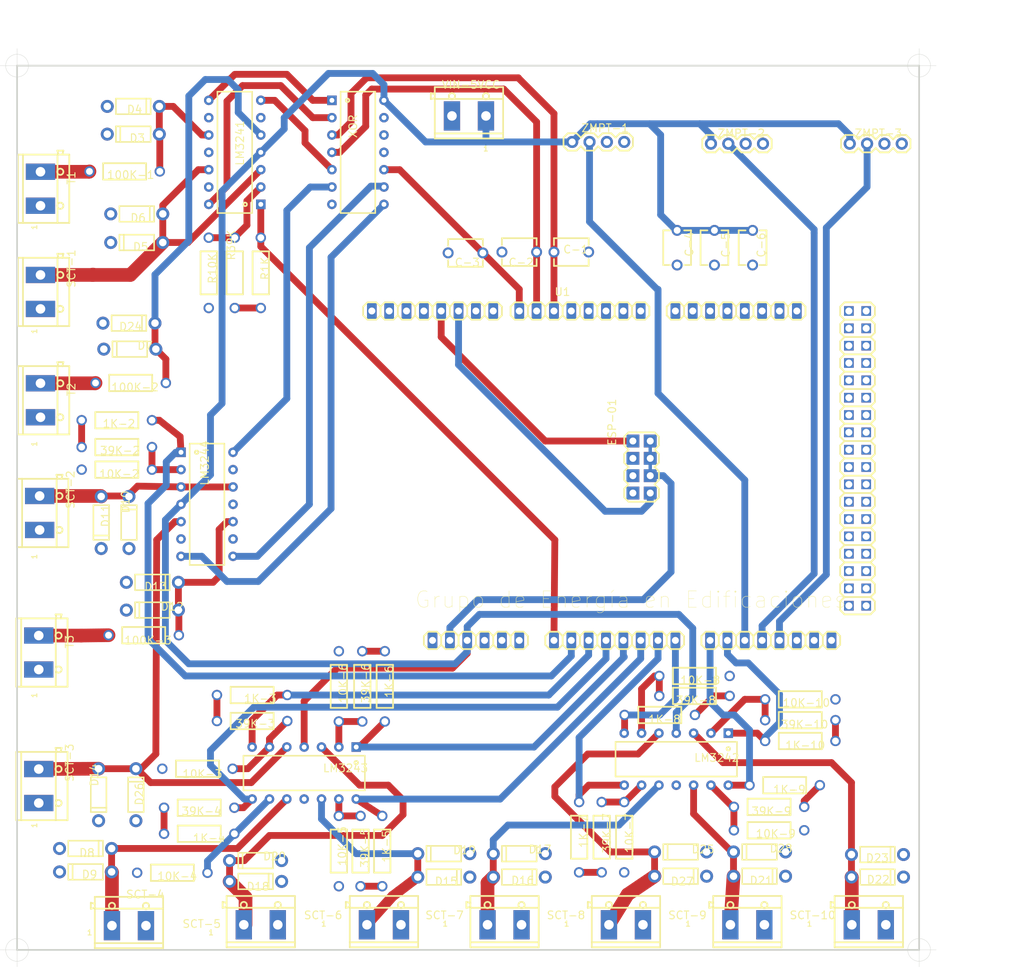
<source format=kicad_pcb>
(kicad_pcb (version 20171130) (host pcbnew "(5.1.9)-1")
  (layers (0 F.Cu signal) (31 B.Cu signal) (34 B.Paste user) (35 F.Paste user) (36 B.SilkS user) (37 F.SilkS user) (38 B.Mask user) (39 F.Mask user) (44 Edge.Cuts user))
  (net 0 "")
  (net 1 GND)
  (net 2 S$6595)
  (net 3 S$5176)
  (net 4 S$4747)
  (net 5 S$4760)
  (net 6 S$4674)
  (net 7 S$4564)
  (net 8 S$4552)
  (net 9 S$4992)
  (net 10 S$4536)
  (net 11 S$4365)
  (net 12 S$4462)
  (net 13 S$4529)
  (net 14 S$4425)
  (net 15 S$4433)
  (net 16 S$4998)
  (net 17 S$3353)
  (net 18 S$5174)
  (net 19 S$5178)
  (net 20 S$3313)
  (net 21 S$3375)
  (net 22 S$3350)
  (net 23 S$3405)
  (net 24 S$2705)
  (net 25 S$3126)
  (net 26 S$2733)
  (net 27 S$4750)
  (net 28 S$4669)
  (net 29 S$4755)
  (net 30 S$4672)
  (net 31 S$4758)
  (net 32 S$4745)
  (net 33 S$4742)
  (net 34 S$4679)
  (net 35 S$4466)
  (net 36 S$4559)
  (net 37 S$4663)
  (net 38 S$4562)
  (net 39 S$4460)
  (net 40 S$5000)
  (net 41 S$4531)
  (net 42 S$4534)
  (net 43 S$4450)
  (net 44 S$4457)
  (net 45 S$4418)
  (net 46 S$4400)
  (net 47 S$3339)
  (net 48 S$3345)
  (net 49 S$3348)
  (net 50 S$3199)
  (net 51 S$3129)
  (net 52 S$4411)
  (net 53 S$3249)
  (net 54 S$4354)
  (net 55 S$2727)
  (net 56 S$3334)
  (net 57 S$2707)
  (module easyeda:DIP14 (layer F.Cu) (at 85.471 38.1 270)
    (fp_text reference XOR (at -2.005 0.712 270) (layer F.SilkS) (effects (font (size 1.143 1.143) (thickness 0.152)) (justify left)))
    (fp_text value DIP14 hide)
    (pad 1 thru_hole rect (at -7.62 3.81 270) (size 1.397 1.397) (drill 0.711) (layers *.Cu *.Paste *.Mask))
    (pad 2 thru_hole circle (at -5.08 3.81 270) (size 1.397 1.397) (drill 0.711) (layers *.Cu *.Paste *.Mask) (net 26 S$2733))
    (pad 3 thru_hole circle (at -2.54 3.81 270) (size 1.397 1.397) (drill 0.711) (layers *.Cu *.Paste *.Mask) (net 53 S$3249))
    (pad 4 thru_hole circle (at 0 3.81 270) (size 1.397 1.397) (drill 0.711) (layers *.Cu *.Paste *.Mask) (net 54 S$4354))
    (pad 5 thru_hole circle (at 2.54 3.81 270) (size 1.397 1.397) (drill 0.711) (layers *.Cu *.Paste *.Mask) (net 56 S$3334))
    (pad 6 thru_hole circle (at 5.08 3.81 270) (size 1.397 1.397) (drill 0.711) (layers *.Cu *.Paste *.Mask) (net 17 S$3353))
    (pad 7 thru_hole circle (at 7.62 3.81 270) (size 1.397 1.397) (drill 0.711) (layers *.Cu *.Paste *.Mask) (net 1 GND))
    (pad 8 thru_hole circle (at 7.62 -3.81 270) (size 1.397 1.397) (drill 0.711) (layers *.Cu *.Paste *.Mask))
    (pad 9 thru_hole circle (at 5.08 -3.81 270) (size 1.397 1.397) (drill 0.711) (layers *.Cu *.Paste *.Mask) (net 21 S$3375))
    (pad 10 thru_hole circle (at 2.54 -3.81 270) (size 1.397 1.397) (drill 0.711) (layers *.Cu *.Paste *.Mask) (net 52 S$4411))
    (pad 11 thru_hole circle (at 0 -3.81 270) (size 1.397 1.397) (drill 0.711) (layers *.Cu *.Paste *.Mask))
    (pad 12 thru_hole circle (at -2.54 -3.81 270) (size 1.397 1.397) (drill 0.711) (layers *.Cu *.Paste *.Mask))
    (pad 13 thru_hole circle (at -5.08 -3.81 270) (size 1.397 1.397) (drill 0.711) (layers *.Cu *.Paste *.Mask))
    (pad 14 thru_hole circle (at -7.62 -3.81 270) (size 1.397 1.397) (drill 0.711) (layers *.Cu *.Paste *.Mask) (net 2 S$6595))
  )
  (module easyeda:DIP14 (layer F.Cu) (at 132.08 127 180)
    (fp_text reference LM3242 (at -2.54 0.203 180) (layer F.SilkS) (effects (font (size 1.143 1.143) (thickness 0.152)) (justify left)))
    (fp_text value DIP14 hide)
    (pad 1 thru_hole rect (at -7.62 3.81 180) (size 1.397 1.397) (drill 0.711) (layers *.Cu *.Paste *.Mask) (net 5 S$4760))
    (pad 2 thru_hole circle (at -5.08 3.81 180) (size 1.397 1.397) (drill 0.711) (layers *.Cu *.Paste *.Mask) (net 29 S$4755))
    (pad 3 thru_hole circle (at -2.54 3.81 180) (size 1.397 1.397) (drill 0.711) (layers *.Cu *.Paste *.Mask) (net 27 S$4750))
    (pad 4 thru_hole circle (at 0 3.81 180) (size 1.397 1.397) (drill 0.711) (layers *.Cu *.Paste *.Mask) (net 2 S$6595))
    (pad 5 thru_hole circle (at 2.54 3.81 180) (size 1.397 1.397) (drill 0.711) (layers *.Cu *.Paste *.Mask) (net 37 S$4663))
    (pad 6 thru_hole circle (at 5.08 3.81 180) (size 1.397 1.397) (drill 0.711) (layers *.Cu *.Paste *.Mask) (net 28 S$4669))
    (pad 7 thru_hole circle (at 7.62 3.81 180) (size 1.397 1.397) (drill 0.711) (layers *.Cu *.Paste *.Mask) (net 6 S$4674))
    (pad 8 thru_hole circle (at 7.62 -3.81 180) (size 1.397 1.397) (drill 0.711) (layers *.Cu *.Paste *.Mask) (net 7 S$4564))
    (pad 9 thru_hole circle (at 5.08 -3.81 180) (size 1.397 1.397) (drill 0.711) (layers *.Cu *.Paste *.Mask) (net 36 S$4559))
    (pad 10 thru_hole circle (at 2.54 -3.81 180) (size 1.397 1.397) (drill 0.711) (layers *.Cu *.Paste *.Mask) (net 8 S$4552))
    (pad 11 thru_hole circle (at 0 -3.81 180) (size 1.397 1.397) (drill 0.711) (layers *.Cu *.Paste *.Mask) (net 1 GND))
    (pad 12 thru_hole circle (at -2.54 -3.81 180) (size 1.397 1.397) (drill 0.711) (layers *.Cu *.Paste *.Mask) (net 34 S$4679))
    (pad 13 thru_hole circle (at -5.08 -3.81 180) (size 1.397 1.397) (drill 0.711) (layers *.Cu *.Paste *.Mask) (net 33 S$4742))
    (pad 14 thru_hole circle (at -7.62 -3.81 180) (size 1.397 1.397) (drill 0.711) (layers *.Cu *.Paste *.Mask) (net 4 S$4747))
  )
  (module easyeda:DIP14 (layer F.Cu) (at 77.597 129.032 180)
    (fp_text reference LM3243 (at -2.667 0.711 180) (layer F.SilkS) (effects (font (size 1.143 1.143) (thickness 0.152)) (justify left)))
    (fp_text value DIP14 hide)
    (pad 1 thru_hole rect (at -7.62 3.81 180) (size 1.397 1.397) (drill 0.711) (layers *.Cu *.Paste *.Mask) (net 10 S$4536))
    (pad 2 thru_hole circle (at -5.08 3.81 180) (size 1.397 1.397) (drill 0.711) (layers *.Cu *.Paste *.Mask) (net 41 S$4531))
    (pad 3 thru_hole circle (at -2.54 3.81 180) (size 1.397 1.397) (drill 0.711) (layers *.Cu *.Paste *.Mask) (net 43 S$4450))
    (pad 4 thru_hole circle (at 0 3.81 180) (size 1.397 1.397) (drill 0.711) (layers *.Cu *.Paste *.Mask) (net 2 S$6595))
    (pad 5 thru_hole circle (at 2.54 3.81 180) (size 1.397 1.397) (drill 0.711) (layers *.Cu *.Paste *.Mask) (net 23 S$3405))
    (pad 6 thru_hole circle (at 5.08 3.81 180) (size 1.397 1.397) (drill 0.711) (layers *.Cu *.Paste *.Mask))
    (pad 7 thru_hole circle (at 7.62 3.81 180) (size 1.397 1.397) (drill 0.711) (layers *.Cu *.Paste *.Mask) (net 11 S$4365))
    (pad 8 thru_hole circle (at 7.62 -3.81 180) (size 1.397 1.397) (drill 0.711) (layers *.Cu *.Paste *.Mask) (net 15 S$4433))
    (pad 9 thru_hole circle (at 5.08 -3.81 180) (size 1.397 1.397) (drill 0.711) (layers *.Cu *.Paste *.Mask) (net 14 S$4425))
    (pad 10 thru_hole circle (at 2.54 -3.81 180) (size 1.397 1.397) (drill 0.711) (layers *.Cu *.Paste *.Mask) (net 45 S$4418))
    (pad 11 thru_hole circle (at 0 -3.81 180) (size 1.397 1.397) (drill 0.711) (layers *.Cu *.Paste *.Mask) (net 1 GND))
    (pad 12 thru_hole circle (at -2.54 -3.81 180) (size 1.397 1.397) (drill 0.711) (layers *.Cu *.Paste *.Mask) (net 13 S$4529))
    (pad 13 thru_hole circle (at -5.08 -3.81 180) (size 1.397 1.397) (drill 0.711) (layers *.Cu *.Paste *.Mask) (net 44 S$4457))
    (pad 14 thru_hole circle (at -7.62 -3.81 180) (size 1.397 1.397) (drill 0.711) (layers *.Cu *.Paste *.Mask) (net 12 S$4462))
  )
  (module easyeda:DIP14 (layer F.Cu) (at 63.373 89.662 270)
    (fp_text reference LM3244 (at -2.667 0.33 270) (layer F.SilkS) (effects (font (size 1.143 1.143) (thickness 0.152)) (justify left)))
    (fp_text value DIP14 hide)
    (pad 1 thru_hole rect (at -7.62 3.81 270) (size 1.397 1.397) (drill 0.711) (layers *.Cu *.Paste *.Mask) (net 22 S$3350))
    (pad 2 thru_hole circle (at -5.08 3.81 270) (size 1.397 1.397) (drill 0.711) (layers *.Cu *.Paste *.Mask) (net 48 S$3345))
    (pad 3 thru_hole circle (at -2.54 3.81 270) (size 1.397 1.397) (drill 0.711) (layers *.Cu *.Paste *.Mask) (net 47 S$3339))
    (pad 4 thru_hole circle (at 0 3.81 270) (size 1.397 1.397) (drill 0.711) (layers *.Cu *.Paste *.Mask) (net 2 S$6595))
    (pad 5 thru_hole circle (at 2.54 3.81 270) (size 1.397 1.397) (drill 0.711) (layers *.Cu *.Paste *.Mask) (net 23 S$3405))
    (pad 6 thru_hole circle (at 5.08 3.81 270) (size 1.397 1.397) (drill 0.711) (layers *.Cu *.Paste *.Mask) (net 1 GND))
    (pad 7 thru_hole circle (at 7.62 3.81 270) (size 1.397 1.397) (drill 0.711) (layers *.Cu *.Paste *.Mask))
    (pad 8 thru_hole circle (at 7.62 -3.81 270) (size 1.397 1.397) (drill 0.711) (layers *.Cu *.Paste *.Mask) (net 21 S$3375))
    (pad 9 thru_hole circle (at 5.08 -3.81 270) (size 1.397 1.397) (drill 0.711) (layers *.Cu *.Paste *.Mask) (net 1 GND))
    (pad 10 thru_hole circle (at 2.54 -3.81 270) (size 1.397 1.397) (drill 0.711) (layers *.Cu *.Paste *.Mask))
    (pad 11 thru_hole circle (at 0 -3.81 270) (size 1.397 1.397) (drill 0.711) (layers *.Cu *.Paste *.Mask) (net 1 GND))
    (pad 12 thru_hole circle (at -2.54 -3.81 270) (size 1.397 1.397) (drill 0.711) (layers *.Cu *.Paste *.Mask) (net 47 S$3339))
    (pad 13 thru_hole circle (at -5.08 -3.81 270) (size 1.397 1.397) (drill 0.711) (layers *.Cu *.Paste *.Mask) (net 1 GND))
    (pad 14 thru_hole circle (at -7.62 -3.81 270) (size 1.397 1.397) (drill 0.711) (layers *.Cu *.Paste *.Mask) (net 17 S$3353))
  )
  (module easyeda:RES-TH_BD2.4-L6.3-P10.30-D0.6 (layer F.Cu) (at 51.308 40.894)
    (fp_text reference 100K-1 (at -2.667 0.508) (layer F.SilkS) (effects (font (size 1.143 1.143) (thickness 0.152)) (justify left)))
    (fp_text value RES-TH_BD2.4-L6.3-P10.30-D0.6 hide)
    (pad 1 thru_hole circle (at -5.15 0) (size 1.524 1.524) (drill 1) (layers *.Cu *.Paste *.Mask) (net 24 S$2705))
    (pad 2 thru_hole circle (at 5.15 0) (size 1.524 1.524) (drill 1) (layers *.Cu *.Paste *.Mask) (net 57 S$2707))
  )
  (module easyeda:RES-TH_BD2.4-L6.3-P10.30-D0.6 (layer F.Cu) (at 63.627 55.753 90)
    (fp_text reference R10K (at -1.676 0.544 90) (layer F.SilkS) (effects (font (size 1.143 1.143) (thickness 0.152)) (justify left)))
    (fp_text value RES-TH_BD2.4-L6.3-P10.30-D0.6 hide)
    (pad 1 thru_hole circle (at -5.15 0 90) (size 1.524 1.524) (drill 1) (layers *.Cu *.Paste *.Mask) (net 1 GND))
    (pad 2 thru_hole circle (at 5.15 0 90) (size 1.524 1.524) (drill 1) (layers *.Cu *.Paste *.Mask) (net 25 S$3126))
  )
  (module easyeda:RES-TH_BD2.4-L6.3-P10.30-D0.6 (layer F.Cu) (at 67.437 55.753 270)
    (fp_text reference R39K (at -1.742 0.533 270) (layer F.SilkS) (effects (font (size 1.143 1.143) (thickness 0.152)) (justify left)))
    (fp_text value RES-TH_BD2.4-L6.3-P10.30-D0.6 hide)
    (pad 1 thru_hole circle (at -5.15 0 270) (size 1.524 1.524) (drill 1) (layers *.Cu *.Paste *.Mask) (net 25 S$3126))
    (pad 2 thru_hole circle (at 5.15 0 270) (size 1.524 1.524) (drill 1) (layers *.Cu *.Paste *.Mask) (net 51 S$3129))
  )
  (module easyeda:RES-TH_BD2.4-L6.3-P10.30-D0.6 (layer F.Cu) (at 71.247 55.753 90)
    (fp_text reference R1K (at -1.143 0.635 90) (layer F.SilkS) (effects (font (size 1.143 1.143) (thickness 0.152)) (justify left)))
    (fp_text value RES-TH_BD2.4-L6.3-P10.30-D0.6 hide)
    (pad 1 thru_hole circle (at -5.15 0 90) (size 1.524 1.524) (drill 1) (layers *.Cu *.Paste *.Mask) (net 51 S$3129))
    (pad 2 thru_hole circle (at 5.15 0 90) (size 1.524 1.524) (drill 1) (layers *.Cu *.Paste *.Mask))
  )
  (module easyeda:RES-TH_BD2.4-L6.3-P10.30-D0.6 (layer F.Cu) (at 129.667 120.523)
    (fp_text reference 1K-8 (at -1.778 0.635) (layer F.SilkS) (effects (font (size 1.143 1.143) (thickness 0.152)) (justify left)))
    (fp_text value RES-TH_BD2.4-L6.3-P10.30-D0.6 hide)
    (pad 1 thru_hole circle (at -5.15 0) (size 1.524 1.524) (drill 1) (layers *.Cu *.Paste *.Mask) (net 6 S$4674))
    (pad 2 thru_hole circle (at 5.15 0) (size 1.524 1.524) (drill 1) (layers *.Cu *.Paste *.Mask) (net 30 S$4672))
  )
  (module easyeda:RES-TH_BD2.4-L6.3-P10.30-D0.6 (layer F.Cu) (at 124.46 138.43 90)
    (fp_text reference 10K-7 (at -2.413 0.762 90) (layer F.SilkS) (effects (font (size 1.143 1.143) (thickness 0.152)) (justify left)))
    (fp_text value RES-TH_BD2.4-L6.3-P10.30-D0.6 hide)
    (pad 1 thru_hole circle (at -5.15 0 90) (size 1.524 1.524) (drill 1) (layers *.Cu *.Paste *.Mask) (net 1 GND))
    (pad 2 thru_hole circle (at 5.15 0 90) (size 1.524 1.524) (drill 1) (layers *.Cu *.Paste *.Mask) (net 36 S$4559))
  )
  (module easyeda:RES-TH_BD2.4-L6.3-P10.30-D0.6 (layer F.Cu) (at 89.408 116.332 90)
    (fp_text reference 1K-6 (at -1.778 0.635 90) (layer F.SilkS) (effects (font (size 1.143 1.143) (thickness 0.152)) (justify left)))
    (fp_text value RES-TH_BD2.4-L6.3-P10.30-D0.6 hide)
    (pad 1 thru_hole circle (at -5.15 0 90) (size 1.524 1.524) (drill 1) (layers *.Cu *.Paste *.Mask) (net 10 S$4536))
    (pad 2 thru_hole circle (at 5.15 0 90) (size 1.524 1.524) (drill 1) (layers *.Cu *.Paste *.Mask) (net 42 S$4534))
  )
  (module easyeda:RES-TH_BD2.4-L6.3-P10.30-D0.6 (layer F.Cu) (at 82.677 116.332 90)
    (fp_text reference 10K-6 (at -2.54 0.635 90) (layer F.SilkS) (effects (font (size 1.143 1.143) (thickness 0.152)) (justify left)))
    (fp_text value RES-TH_BD2.4-L6.3-P10.30-D0.6 hide)
    (pad 1 thru_hole circle (at -5.15 0 90) (size 1.524 1.524) (drill 1) (layers *.Cu *.Paste *.Mask) (net 41 S$4531))
    (pad 2 thru_hole circle (at 5.15 0 90) (size 1.524 1.524) (drill 1) (layers *.Cu *.Paste *.Mask) (net 1 GND))
  )
  (module easyeda:RES-TH_BD2.4-L6.3-P10.30-D0.6 (layer F.Cu) (at 89.027 140.462 90)
    (fp_text reference 1K-5 (at -1.778 0.635 90) (layer F.SilkS) (effects (font (size 1.143 1.143) (thickness 0.152)) (justify left)))
    (fp_text value RES-TH_BD2.4-L6.3-P10.30-D0.6 hide)
    (pad 1 thru_hole circle (at -5.15 0 90) (size 1.524 1.524) (drill 1) (layers *.Cu *.Paste *.Mask) (net 39 S$4460))
    (pad 2 thru_hole circle (at 5.15 0 90) (size 1.524 1.524) (drill 1) (layers *.Cu *.Paste *.Mask) (net 12 S$4462))
  )
  (module easyeda:RES-TH_BD2.4-L6.3-P10.30-D0.6 (layer F.Cu) (at 82.677 140.462 90)
    (fp_text reference 10K-5 (at -2.286 0.508 90) (layer F.SilkS) (effects (font (size 1.143 1.143) (thickness 0.152)) (justify left)))
    (fp_text value RES-TH_BD2.4-L6.3-P10.30-D0.6 hide)
    (pad 1 thru_hole circle (at -5.15 0 90) (size 1.524 1.524) (drill 1) (layers *.Cu *.Paste *.Mask) (net 1 GND))
    (pad 2 thru_hole circle (at 5.15 0 90) (size 1.524 1.524) (drill 1) (layers *.Cu *.Paste *.Mask) (net 44 S$4457))
  )
  (module easyeda:RES-TH_BD2.4-L6.3-P10.30-D0.6 (layer F.Cu) (at 62.23 137.922)
    (fp_text reference 1K-4 (at -1.016 0.635) (layer F.SilkS) (effects (font (size 1.143 1.143) (thickness 0.152)) (justify left)))
    (fp_text value RES-TH_BD2.4-L6.3-P10.30-D0.6 hide)
    (pad 1 thru_hole circle (at -5.15 0) (size 1.524 1.524) (drill 1) (layers *.Cu *.Paste *.Mask))
    (pad 2 thru_hole circle (at 5.15 0) (size 1.524 1.524) (drill 1) (layers *.Cu *.Paste *.Mask))
  )
  (module easyeda:RES-TH_BD2.4-L6.3-P10.30-D0.6 (layer F.Cu) (at 85.852 140.462 90)
    (fp_text reference 39K-5 (at -2.54 0.635 90) (layer F.SilkS) (effects (font (size 1.143 1.143) (thickness 0.152)) (justify left)))
    (fp_text value RES-TH_BD2.4-L6.3-P10.30-D0.6 hide)
    (pad 1 thru_hole circle (at -5.15 0 90) (size 1.524 1.524) (drill 1) (layers *.Cu *.Paste *.Mask) (net 39 S$4460))
    (pad 2 thru_hole circle (at 5.15 0 90) (size 1.524 1.524) (drill 1) (layers *.Cu *.Paste *.Mask) (net 44 S$4457))
  )
  (module easyeda:RES-TH_BD2.4-L6.3-P10.30-D0.6 (layer F.Cu) (at 58.293 143.637)
    (fp_text reference 10K-4 (at -2.286 0.508) (layer F.SilkS) (effects (font (size 1.143 1.143) (thickness 0.152)) (justify left)))
    (fp_text value RES-TH_BD2.4-L6.3-P10.30-D0.6 hide)
    (pad 1 thru_hole circle (at -5.15 0) (size 1.524 1.524) (drill 1) (layers *.Cu *.Paste *.Mask) (net 1 GND))
    (pad 2 thru_hole circle (at 5.15 0) (size 1.524 1.524) (drill 1) (layers *.Cu *.Paste *.Mask))
  )
  (module easyeda:RES-TH_BD2.4-L6.3-P10.30-D0.6 (layer F.Cu) (at 62.23 134.112)
    (fp_text reference 39K-4 (at -2.667 0.508) (layer F.SilkS) (effects (font (size 1.143 1.143) (thickness 0.152)) (justify left)))
    (fp_text value RES-TH_BD2.4-L6.3-P10.30-D0.6 hide)
    (pad 1 thru_hole circle (at -5.15 0) (size 1.524 1.524) (drill 1) (layers *.Cu *.Paste *.Mask))
    (pad 2 thru_hole circle (at 5.15 0) (size 1.524 1.524) (drill 1) (layers *.Cu *.Paste *.Mask))
  )
  (module easyeda:RES-TH_BD2.4-L6.3-P10.30-D0.6 (layer F.Cu) (at 69.977 121.412)
    (fp_text reference 39K-3 (at -2.54 0.381) (layer F.SilkS) (effects (font (size 1.143 1.143) (thickness 0.152)) (justify left)))
    (fp_text value RES-TH_BD2.4-L6.3-P10.30-D0.6 hide)
    (pad 1 thru_hole circle (at -5.15 0) (size 1.524 1.524) (drill 1) (layers *.Cu *.Paste *.Mask) (net 46 S$4400))
    (pad 2 thru_hole circle (at 5.15 0) (size 1.524 1.524) (drill 1) (layers *.Cu *.Paste *.Mask))
  )
  (module easyeda:RES-TH_BD2.4-L6.3-P10.30-D0.6 (layer F.Cu) (at 61.976 128.397)
    (fp_text reference 10K-3 (at -2.286 0.762) (layer F.SilkS) (effects (font (size 1.143 1.143) (thickness 0.152)) (justify left)))
    (fp_text value RES-TH_BD2.4-L6.3-P10.30-D0.6 hide)
    (pad 1 thru_hole circle (at -5.15 0) (size 1.524 1.524) (drill 1) (layers *.Cu *.Paste *.Mask) (net 1 GND))
    (pad 2 thru_hole circle (at 5.15 0) (size 1.524 1.524) (drill 1) (layers *.Cu *.Paste *.Mask))
  )
  (module easyeda:RES-TH_BD2.4-L6.3-P10.30-D0.6 (layer F.Cu) (at 50.165 81.28)
    (fp_text reference 39K-2 (at -2.54 0.508) (layer F.SilkS) (effects (font (size 1.143 1.143) (thickness 0.152)) (justify left)))
    (fp_text value RES-TH_BD2.4-L6.3-P10.30-D0.6 hide)
    (pad 1 thru_hole circle (at -5.15 0) (size 1.524 1.524) (drill 1) (layers *.Cu *.Paste *.Mask) (net 49 S$3348))
    (pad 2 thru_hole circle (at 5.15 0) (size 1.524 1.524) (drill 1) (layers *.Cu *.Paste *.Mask) (net 48 S$3345))
  )
  (module easyeda:RES-TH_BD2.4-L6.3-P10.30-D0.6 (layer F.Cu) (at 69.977 117.602)
    (fp_text reference 1K-3 (at -1.27 0.508) (layer F.SilkS) (effects (font (size 1.143 1.143) (thickness 0.152)) (justify left)))
    (fp_text value RES-TH_BD2.4-L6.3-P10.30-D0.6 hide)
    (pad 1 thru_hole circle (at -5.15 0) (size 1.524 1.524) (drill 1) (layers *.Cu *.Paste *.Mask) (net 46 S$4400))
    (pad 2 thru_hole circle (at 5.15 0) (size 1.524 1.524) (drill 1) (layers *.Cu *.Paste *.Mask) (net 11 S$4365))
  )
  (module easyeda:RES-TH_BD2.4-L6.3-P10.30-D0.6 (layer F.Cu) (at 50.165 84.582)
    (fp_text reference 10K-2 (at -2.667 0.635) (layer F.SilkS) (effects (font (size 1.143 1.143) (thickness 0.152)) (justify left)))
    (fp_text value RES-TH_BD2.4-L6.3-P10.30-D0.6 hide)
    (pad 1 thru_hole circle (at -5.15 0) (size 1.524 1.524) (drill 1) (layers *.Cu *.Paste *.Mask) (net 1 GND))
    (pad 2 thru_hole circle (at 5.15 0) (size 1.524 1.524) (drill 1) (layers *.Cu *.Paste *.Mask) (net 48 S$3345))
  )
  (module easyeda:RES-TH_BD2.4-L6.3-P10.30-D0.6 (layer F.Cu) (at 50.165 77.343)
    (fp_text reference 1K-2 (at -2.159 0.508) (layer F.SilkS) (effects (font (size 1.143 1.143) (thickness 0.152)) (justify left)))
    (fp_text value RES-TH_BD2.4-L6.3-P10.30-D0.6 hide)
    (pad 1 thru_hole circle (at -5.15 0) (size 1.524 1.524) (drill 1) (layers *.Cu *.Paste *.Mask) (net 49 S$3348))
    (pad 2 thru_hole circle (at 5.15 0) (size 1.524 1.524) (drill 1) (layers *.Cu *.Paste *.Mask) (net 22 S$3350))
  )
  (module easyeda:RES-TH_BD2.4-L6.3-P10.30-D0.6 (layer F.Cu) (at 54.102 108.839)
    (fp_text reference 100K-3 (at -2.921 0.762) (layer F.SilkS) (effects (font (size 1.143 1.143) (thickness 0.152)) (justify left)))
    (fp_text value RES-TH_BD2.4-L6.3-P10.30-D0.6 hide)
    (pad 1 thru_hole circle (at -5.15 0) (size 1.524 1.524) (drill 1) (layers *.Cu *.Paste *.Mask))
    (pad 2 thru_hole circle (at 5.15 0) (size 1.524 1.524) (drill 1) (layers *.Cu *.Paste *.Mask))
  )
  (module easyeda:RES-TH_BD2.4-L6.3-P10.30-D0.6 (layer F.Cu) (at 52.197 71.882)
    (fp_text reference 100K-2 (at -2.921 0.635) (layer F.SilkS) (effects (font (size 1.143 1.143) (thickness 0.152)) (justify left)))
    (fp_text value RES-TH_BD2.4-L6.3-P10.30-D0.6 hide)
    (pad 1 thru_hole circle (at -5.15 0) (size 1.524 1.524) (drill 1) (layers *.Cu *.Paste *.Mask) (net 50 S$3199))
    (pad 2 thru_hole circle (at 5.15 0) (size 1.524 1.524) (drill 1) (layers *.Cu *.Paste *.Mask) (net 20 S$3313))
  )
  (module easyeda:TERMINAL_BLOCK_2P_5 (layer F.Cu) (at 38.989 43.434 270)
    (fp_text reference T1 (at -0.508 -4.521 270) (layer F.SilkS) (effects (font (size 1.143 1.143) (thickness 0.152)) (justify left)))
    (fp_text value 1 (at 6.096 0.889 270) (layer F.SilkS) (effects (font (size 0.762 0.762) (thickness 0.152)) (justify left)))
    (pad 1 thru_hole rect (at 2.489 0) (size 4.285 2.38) (drill 1.402) (layers *.Cu *.Paste *.Mask) (net 1 GND))
    (pad 2 thru_hole rect (at -2.489 0) (size 4.285 2.38) (drill 1.402) (layers *.Cu *.Paste *.Mask) (net 24 S$2705))
  )
  (module easyeda:TERMINAL_BLOCK_2P_5 (layer F.Cu) (at 38.989 74.422 270)
    (fp_text reference T2 (at -0.508 -4.521 270) (layer F.SilkS) (effects (font (size 1.143 1.143) (thickness 0.152)) (justify left)))
    (fp_text value 1 (at 6.858 0.889 270) (layer F.SilkS) (effects (font (size 0.762 0.762) (thickness 0.152)) (justify left)))
    (pad 1 thru_hole rect (at 2.489 0) (size 4.285 2.38) (drill 1.402) (layers *.Cu *.Paste *.Mask) (net 1 GND))
    (pad 2 thru_hole rect (at -2.489 0) (size 4.285 2.38) (drill 1.402) (layers *.Cu *.Paste *.Mask) (net 50 S$3199))
  )
  (module easyeda:TERMINAL_BLOCK_2P_5 (layer F.Cu) (at 38.862 90.932 270)
    (fp_text reference SCT-2 (at -0.508 -4.521 270) (layer F.SilkS) (effects (font (size 1.143 1.143) (thickness 0.152)) (justify left)))
    (fp_text value 1 (at 6.858 0.762 270) (layer F.SilkS) (effects (font (size 0.762 0.762) (thickness 0.152)) (justify left)))
    (pad 1 thru_hole rect (at 2.489 0) (size 4.285 2.38) (drill 1.402) (layers *.Cu *.Paste *.Mask) (net 1 GND))
    (pad 2 thru_hole rect (at -2.489 0) (size 4.285 2.38) (drill 1.402) (layers *.Cu *.Paste *.Mask) (net 47 S$3339))
  )
  (module easyeda:TERMINAL_BLOCK_2P_5 (layer F.Cu) (at 38.735 111.379 270)
    (fp_text reference T3 (at -0.508 -4.521 270) (layer F.SilkS) (effects (font (size 1.143 1.143) (thickness 0.152)) (justify left)))
    (fp_text value 1 (at 6.731 0.635 270) (layer F.SilkS) (effects (font (size 0.762 0.762) (thickness 0.152)) (justify left)))
    (pad 1 thru_hole rect (at 2.489 0) (size 4.285 2.38) (drill 1.402) (layers *.Cu *.Paste *.Mask) (net 1 GND))
    (pad 2 thru_hole rect (at -2.489 0) (size 4.285 2.38) (drill 1.402) (layers *.Cu *.Paste *.Mask))
  )
  (module easyeda:TERMINAL_BLOCK_2P_5 (layer F.Cu) (at 38.989 58.547 270)
    (fp_text reference SCT-1 (at -0.508 -4.521 270) (layer F.SilkS) (effects (font (size 1.143 1.143) (thickness 0.152)) (justify left)))
    (fp_text value 1 (at 6.223 0.889 270) (layer F.SilkS) (effects (font (size 0.762 0.762) (thickness 0.152)) (justify left)))
    (pad 1 thru_hole rect (at 2.489 0) (size 4.285 2.38) (drill 1.402) (layers *.Cu *.Paste *.Mask) (net 1 GND))
    (pad 2 thru_hole rect (at -2.489 0) (size 4.285 2.38) (drill 1.402) (layers *.Cu *.Paste *.Mask) (net 55 S$2727))
  )
  (module easyeda:TERMINAL_BLOCK_2P_5 (layer F.Cu) (at 38.735 130.937 270)
    (fp_text reference SCT-3 (at -0.508 -4.521 270) (layer F.SilkS) (effects (font (size 1.143 1.143) (thickness 0.152)) (justify left)))
    (fp_text value 1 (at 6.223 0.635 270) (layer F.SilkS) (effects (font (size 0.762 0.762) (thickness 0.152)) (justify left)))
    (pad 1 thru_hole rect (at 2.489 0) (size 4.285 2.38) (drill 1.402) (layers *.Cu *.Paste *.Mask) (net 1 GND))
    (pad 2 thru_hole rect (at -2.489 0) (size 4.285 2.38) (drill 1.402) (layers *.Cu *.Paste *.Mask) (net 23 S$3405))
  )
  (module easyeda:TERMINAL_BLOCK_2P_5 (layer F.Cu) (at 51.943 151.384)
    (fp_text reference SCT-4 (at -0.508 -4.572) (layer F.SilkS) (effects (font (size 1.143 1.143) (thickness 0.152)) (justify left)))
    (fp_text value 1 (at -6.223 1.016) (layer F.SilkS) (effects (font (size 0.762 0.762) (thickness 0.152)) (justify left)))
    (pad 1 thru_hole rect (at 2.489 0 90) (size 4.285 2.38) (drill 1.402) (layers *.Cu *.Paste *.Mask) (net 1 GND))
    (pad 2 thru_hole rect (at -2.489 0 90) (size 4.285 2.38) (drill 1.402) (layers *.Cu *.Paste *.Mask) (net 45 S$4418))
  )
  (module easyeda:TERMINAL_BLOCK_2P_5 (layer F.Cu) (at 89.281 151.257)
    (fp_text reference SCT-6 (at -11.811 -1.397) (layer F.SilkS) (effects (font (size 1.143 1.143) (thickness 0.152)) (justify left)))
    (fp_text value 1 (at -9.271 -0.127) (layer F.SilkS) (effects (font (size 0.762 0.762) (thickness 0.152)) (justify left)))
    (pad 1 thru_hole rect (at 2.489 0 90) (size 4.285 2.38) (drill 1.402) (layers *.Cu *.Paste *.Mask) (net 1 GND))
    (pad 2 thru_hole rect (at -2.489 0 90) (size 4.285 2.38) (drill 1.402) (layers *.Cu *.Paste *.Mask) (net 35 S$4466))
  )
  (module easyeda:TERMINAL_BLOCK_2P_5 (layer F.Cu) (at 106.934 151.257)
    (fp_text reference SCT-7 (at -11.684 -1.397) (layer F.SilkS) (effects (font (size 1.143 1.143) (thickness 0.152)) (justify left)))
    (fp_text value 1 (at -9.144 -0.127) (layer F.SilkS) (effects (font (size 0.762 0.762) (thickness 0.152)) (justify left)))
    (pad 1 thru_hole rect (at 2.489 0 90) (size 4.285 2.38) (drill 1.402) (layers *.Cu *.Paste *.Mask) (net 1 GND))
    (pad 2 thru_hole rect (at -2.489 0 90) (size 4.285 2.38) (drill 1.402) (layers *.Cu *.Paste *.Mask) (net 8 S$4552))
  )
  (module easyeda:TERMINAL_BLOCK_2P_5 (layer F.Cu) (at 124.714 151.257)
    (fp_text reference SCT-8 (at -11.684 -1.397) (layer F.SilkS) (effects (font (size 1.143 1.143) (thickness 0.152)) (justify left)))
    (fp_text value 1 (at -9.144 -0.127) (layer F.SilkS) (effects (font (size 0.762 0.762) (thickness 0.152)) (justify left)))
    (pad 1 thru_hole rect (at 2.489 0 90) (size 4.285 2.38) (drill 1.402) (layers *.Cu *.Paste *.Mask) (net 1 GND))
    (pad 2 thru_hole rect (at -2.489 0 90) (size 4.285 2.38) (drill 1.402) (layers *.Cu *.Paste *.Mask) (net 37 S$4663))
  )
  (module easyeda:TERMINAL_BLOCK_2P_5 (layer F.Cu) (at 142.494 151.257)
    (fp_text reference SCT-9 (at -11.684 -1.397) (layer F.SilkS) (effects (font (size 1.143 1.143) (thickness 0.152)) (justify left)))
    (fp_text value 1 (at -9.144 -0.127) (layer F.SilkS) (effects (font (size 0.762 0.762) (thickness 0.152)) (justify left)))
    (pad 1 thru_hole rect (at 2.489 0 90) (size 4.285 2.38) (drill 1.402) (layers *.Cu *.Paste *.Mask) (net 1 GND))
    (pad 2 thru_hole rect (at -2.489 0 90) (size 4.285 2.38) (drill 1.402) (layers *.Cu *.Paste *.Mask) (net 34 S$4679))
  )
  (module easyeda:TERMINAL_BLOCK_2P_5 (layer F.Cu) (at 160.274 151.257)
    (fp_text reference SCT-10 (at -11.684 -1.397) (layer F.SilkS) (effects (font (size 1.143 1.143) (thickness 0.152)) (justify left)))
    (fp_text value 1 (at -9.144 -0.127) (layer F.SilkS) (effects (font (size 0.762 0.762) (thickness 0.152)) (justify left)))
    (pad 1 thru_hole rect (at 2.489 0 90) (size 4.285 2.38) (drill 1.402) (layers *.Cu *.Paste *.Mask) (net 1 GND))
    (pad 2 thru_hole rect (at -2.489 0 90) (size 4.285 2.38) (drill 1.402) (layers *.Cu *.Paste *.Mask) (net 27 S$4750))
  )
  (module easyeda:TERMINAL_BLOCK_2P_5 (layer F.Cu) (at 71.247 151.257)
    (fp_text reference SCT-5 (at -11.557 -0.127) (layer F.SilkS) (effects (font (size 1.143 1.143) (thickness 0.152)) (justify left)))
    (fp_text value 1 (at -7.747 1.143) (layer F.SilkS) (effects (font (size 0.762 0.762) (thickness 0.152)) (justify left)))
    (pad 1 thru_hole rect (at 2.489 0 90) (size 4.285 2.38) (drill 1.402) (layers *.Cu *.Paste *.Mask) (net 1 GND))
    (pad 2 thru_hole rect (at -2.489 0 90) (size 4.285 2.38) (drill 1.402) (layers *.Cu *.Paste *.Mask) (net 43 S$4450))
  )
  (module easyeda:DO-35 (layer F.Cu) (at 52.578 35.433 180)
    (fp_text reference D3 (at 0.635 -0.584) (layer F.SilkS) (effects (font (size 1.143 1.143) (thickness 0.152)) (justify left)))
    (fp_text value DO-35 hide)
    (pad 1 thru_hole circle (at -3.81 0 180) (size 1.905 1.905) (drill 1.1) (layers *.Cu *.Paste *.Mask) (net 57 S$2707))
    (pad 2 thru_hole circle (at 3.81 0 180) (size 1.905 1.905) (drill 1.1) (layers *.Cu *.Paste *.Mask) (net 1 GND))
  )
  (module easyeda:DO-35 (layer F.Cu) (at 52.578 31.369)
    (fp_text reference D4 (at -1.016 0.457) (layer F.SilkS) (effects (font (size 1.143 1.143) (thickness 0.152)) (justify left)))
    (fp_text value DO-35 hide)
    (pad 1 thru_hole circle (at -3.81 0) (size 1.905 1.905) (drill 1.1) (layers *.Cu *.Paste *.Mask) (net 1 GND))
    (pad 2 thru_hole circle (at 3.81 0) (size 1.905 1.905) (drill 1.1) (layers *.Cu *.Paste *.Mask) (net 57 S$2707))
  )
  (module easyeda:DO-35 (layer F.Cu) (at 53.086 51.308 180)
    (fp_text reference D5 (at 0.635 -0.635) (layer F.SilkS) (effects (font (size 1.143 1.143) (thickness 0.152)) (justify left)))
    (fp_text value DO-35 hide)
    (pad 1 thru_hole circle (at -3.81 0 180) (size 1.905 1.905) (drill 1.1) (layers *.Cu *.Paste *.Mask) (net 55 S$2727))
    (pad 2 thru_hole circle (at 3.81 0 180) (size 1.905 1.905) (drill 1.1) (layers *.Cu *.Paste *.Mask) (net 1 GND))
  )
  (module easyeda:DO-35 (layer F.Cu) (at 53.086 47.117)
    (fp_text reference D6 (at -1.016 0.584) (layer F.SilkS) (effects (font (size 1.143 1.143) (thickness 0.152)) (justify left)))
    (fp_text value DO-35 hide)
    (pad 1 thru_hole circle (at -3.81 0) (size 1.905 1.905) (drill 1.1) (layers *.Cu *.Paste *.Mask) (net 1 GND))
    (pad 2 thru_hole circle (at 3.81 0) (size 1.905 1.905) (drill 1.1) (layers *.Cu *.Paste *.Mask) (net 55 S$2727))
  )
  (module easyeda:DO-35 (layer F.Cu) (at 52.07 66.929 180)
    (fp_text reference D7 (at -1.016 0.508 180) (layer F.SilkS) (effects (font (size 1.143 1.143) (thickness 0.152)) (justify left)))
    (fp_text value DO-35 hide)
    (pad 1 thru_hole circle (at -3.81 0 180) (size 1.905 1.905) (drill 1.1) (layers *.Cu *.Paste *.Mask) (net 20 S$3313))
    (pad 2 thru_hole circle (at 3.81 0 180) (size 1.905 1.905) (drill 1.1) (layers *.Cu *.Paste *.Mask) (net 1 GND))
  )
  (module easyeda:DO-35 (layer F.Cu) (at 45.593 140.081)
    (fp_text reference D8 (at -1.016 0.635) (layer F.SilkS) (effects (font (size 1.143 1.143) (thickness 0.152)) (justify left)))
    (fp_text value DO-35 hide)
    (pad 1 thru_hole circle (at -3.81 0) (size 1.905 1.905) (drill 1.1) (layers *.Cu *.Paste *.Mask))
    (pad 2 thru_hole circle (at 3.81 0) (size 1.905 1.905) (drill 1.1) (layers *.Cu *.Paste *.Mask) (net 45 S$4418))
  )
  (module easyeda:DO-35 (layer F.Cu) (at 45.593 143.51 180)
    (fp_text reference D9 (at 0.635 -0.381) (layer F.SilkS) (effects (font (size 1.143 1.143) (thickness 0.152)) (justify left)))
    (fp_text value DO-35 hide)
    (pad 1 thru_hole circle (at -3.81 0 180) (size 1.905 1.905) (drill 1.1) (layers *.Cu *.Paste *.Mask) (net 45 S$4418))
    (pad 2 thru_hole circle (at 3.81 0 180) (size 1.905 1.905) (drill 1.1) (layers *.Cu *.Paste *.Mask))
  )
  (module easyeda:DO-35 (layer F.Cu) (at 47.879 92.329 270)
    (fp_text reference D10 (at -1.27 -3.556 270) (layer F.SilkS) (effects (font (size 1.143 1.143) (thickness 0.152)) (justify left)))
    (fp_text value DO-35 hide)
    (pad 1 thru_hole circle (at -3.81 0 270) (size 1.905 1.905) (drill 1.1) (layers *.Cu *.Paste *.Mask) (net 47 S$3339))
    (pad 2 thru_hole circle (at 3.81 0 270) (size 1.905 1.905) (drill 1.1) (layers *.Cu *.Paste *.Mask) (net 1 GND))
  )
  (module easyeda:DO-35 (layer F.Cu) (at 51.943 92.329 90)
    (fp_text reference D11 (at -0.762 -3.429 90) (layer F.SilkS) (effects (font (size 1.143 1.143) (thickness 0.152)) (justify left)))
    (fp_text value DO-35 hide)
    (pad 1 thru_hole circle (at -3.81 0 90) (size 1.905 1.905) (drill 1.1) (layers *.Cu *.Paste *.Mask) (net 1 GND))
    (pad 2 thru_hole circle (at 3.81 0 90) (size 1.905 1.905) (drill 1.1) (layers *.Cu *.Paste *.Mask))
  )
  (module easyeda:DO-35 (layer F.Cu) (at 55.372 105.156 180)
    (fp_text reference D12 (at -1.143 0.508 180) (layer F.SilkS) (effects (font (size 1.143 1.143) (thickness 0.152)) (justify left)))
    (fp_text value DO-35 hide)
    (pad 1 thru_hole circle (at -3.81 0 180) (size 1.905 1.905) (drill 1.1) (layers *.Cu *.Paste *.Mask))
    (pad 2 thru_hole circle (at 3.81 0 180) (size 1.905 1.905) (drill 1.1) (layers *.Cu *.Paste *.Mask) (net 1 GND))
  )
  (module easyeda:DO-35 (layer F.Cu) (at 55.372 101.092)
    (fp_text reference D13 (at -1.27 0.635) (layer F.SilkS) (effects (font (size 1.143 1.143) (thickness 0.152)) (justify left)))
    (fp_text value DO-35 hide)
    (pad 1 thru_hole circle (at -3.81 0) (size 1.905 1.905) (drill 1.1) (layers *.Cu *.Paste *.Mask) (net 1 GND))
    (pad 2 thru_hole circle (at 3.81 0) (size 1.905 1.905) (drill 1.1) (layers *.Cu *.Paste *.Mask))
  )
  (module easyeda:DO-35 (layer F.Cu) (at 47.498 132.207 270)
    (fp_text reference D14 (at -1.143 0.635 270) (layer F.SilkS) (effects (font (size 1.143 1.143) (thickness 0.152)) (justify left)))
    (fp_text value DO-35 hide)
    (pad 1 thru_hole circle (at -3.81 0 270) (size 1.905 1.905) (drill 1.1) (layers *.Cu *.Paste *.Mask) (net 23 S$3405))
    (pad 2 thru_hole circle (at 3.81 0 270) (size 1.905 1.905) (drill 1.1) (layers *.Cu *.Paste *.Mask) (net 1 GND))
  )
  (module easyeda:DO-35 (layer F.Cu) (at 98.044 144.272)
    (fp_text reference D15 (at -1.397 0.635) (layer F.SilkS) (effects (font (size 1.143 1.143) (thickness 0.152)) (justify left)))
    (fp_text value DO-35 hide)
    (pad 1 thru_hole circle (at -3.81 0) (size 1.905 1.905) (drill 1.1) (layers *.Cu *.Paste *.Mask) (net 35 S$4466))
    (pad 2 thru_hole circle (at 3.81 0) (size 1.905 1.905) (drill 1.1) (layers *.Cu *.Paste *.Mask) (net 1 GND))
  )
  (module easyeda:DO-35 (layer F.Cu) (at 109.093 144.272)
    (fp_text reference D16 (at -1.268 0.505) (layer F.SilkS) (effects (font (size 1.143 1.143) (thickness 0.152)) (justify left)))
    (fp_text value DO-35 hide)
    (pad 1 thru_hole circle (at -3.81 0) (size 1.905 1.905) (drill 1.1) (layers *.Cu *.Paste *.Mask) (net 8 S$4552))
    (pad 2 thru_hole circle (at 3.81 0) (size 1.905 1.905) (drill 1.1) (layers *.Cu *.Paste *.Mask) (net 1 GND))
  )
  (module easyeda:DO-35 (layer F.Cu) (at 109.093 140.843 180)
    (fp_text reference D17 (at -1.268 0.632 180) (layer F.SilkS) (effects (font (size 1.143 1.143) (thickness 0.152)) (justify left)))
    (fp_text value DO-35 hide)
    (pad 1 thru_hole circle (at -3.81 0 180) (size 1.905 1.905) (drill 1.1) (layers *.Cu *.Paste *.Mask) (net 1 GND))
    (pad 2 thru_hole circle (at 3.81 0 180) (size 1.905 1.905) (drill 1.1) (layers *.Cu *.Paste *.Mask) (net 8 S$4552))
  )
  (module easyeda:DO-35 (layer F.Cu) (at 70.485 144.907)
    (fp_text reference D18 (at -1.397 0.762) (layer F.SilkS) (effects (font (size 1.143 1.143) (thickness 0.152)) (justify left)))
    (fp_text value DO-35 hide)
    (pad 1 thru_hole circle (at -3.81 0) (size 1.905 1.905) (drill 1.1) (layers *.Cu *.Paste *.Mask) (net 43 S$4450))
    (pad 2 thru_hole circle (at 3.81 0) (size 1.905 1.905) (drill 1.1) (layers *.Cu *.Paste *.Mask) (net 1 GND))
  )
  (module easyeda:DO-35 (layer F.Cu) (at 98.044 140.843 180)
    (fp_text reference D19 (at -1.27 0.508 180) (layer F.SilkS) (effects (font (size 1.143 1.143) (thickness 0.152)) (justify left)))
    (fp_text value DO-35 hide)
    (pad 1 thru_hole circle (at -3.81 0 180) (size 1.905 1.905) (drill 1.1) (layers *.Cu *.Paste *.Mask) (net 1 GND))
    (pad 2 thru_hole circle (at 3.81 0 180) (size 1.905 1.905) (drill 1.1) (layers *.Cu *.Paste *.Mask) (net 13 S$4529))
  )
  (module easyeda:DO-35 (layer F.Cu) (at 70.485 141.859 180)
    (fp_text reference D20 (at -1.016 0.635 180) (layer F.SilkS) (effects (font (size 1.143 1.143) (thickness 0.152)) (justify left)))
    (fp_text value DO-35 hide)
    (pad 1 thru_hole circle (at -3.81 0 180) (size 1.905 1.905) (drill 1.1) (layers *.Cu *.Paste *.Mask) (net 1 GND))
    (pad 2 thru_hole circle (at 3.81 0 180) (size 1.905 1.905) (drill 1.1) (layers *.Cu *.Paste *.Mask) (net 43 S$4450))
  )
  (module easyeda:DO-35 (layer F.Cu) (at 144.272 144.145)
    (fp_text reference D21 (at -1.524 0.635) (layer F.SilkS) (effects (font (size 1.143 1.143) (thickness 0.152)) (justify left)))
    (fp_text value DO-35 hide)
    (pad 1 thru_hole circle (at -3.81 0) (size 1.905 1.905) (drill 1.1) (layers *.Cu *.Paste *.Mask) (net 34 S$4679))
    (pad 2 thru_hole circle (at 3.81 0) (size 1.905 1.905) (drill 1.1) (layers *.Cu *.Paste *.Mask) (net 1 GND))
  )
  (module easyeda:DO-35 (layer F.Cu) (at 161.544 144.272)
    (fp_text reference D22 (at -1.651 0.381) (layer F.SilkS) (effects (font (size 1.143 1.143) (thickness 0.152)) (justify left)))
    (fp_text value DO-35 hide)
    (pad 1 thru_hole circle (at -3.81 0) (size 1.905 1.905) (drill 1.1) (layers *.Cu *.Paste *.Mask) (net 27 S$4750))
    (pad 2 thru_hole circle (at 3.81 0) (size 1.905 1.905) (drill 1.1) (layers *.Cu *.Paste *.Mask) (net 1 GND))
  )
  (module easyeda:DO-35 (layer F.Cu) (at 161.544 140.97)
    (fp_text reference D23 (at -1.778 0.508) (layer F.SilkS) (effects (font (size 1.143 1.143) (thickness 0.152)) (justify left)))
    (fp_text value DO-35 hide)
    (pad 1 thru_hole circle (at -3.81 0) (size 1.905 1.905) (drill 1.1) (layers *.Cu *.Paste *.Mask) (net 27 S$4750))
    (pad 2 thru_hole circle (at 3.81 0) (size 1.905 1.905) (drill 1.1) (layers *.Cu *.Paste *.Mask) (net 1 GND))
  )
  (module easyeda:DO-35 (layer F.Cu) (at 51.943 63.119)
    (fp_text reference D24 (at -1.524 0.508) (layer F.SilkS) (effects (font (size 1.143 1.143) (thickness 0.152)) (justify left)))
    (fp_text value DO-35 hide)
    (pad 1 thru_hole circle (at -3.81 0) (size 1.905 1.905) (drill 1.1) (layers *.Cu *.Paste *.Mask) (net 1 GND))
    (pad 2 thru_hole circle (at 3.81 0) (size 1.905 1.905) (drill 1.1) (layers *.Cu *.Paste *.Mask) (net 20 S$3313))
  )
  (module easyeda:DO-35 (layer F.Cu) (at 132.715 140.589 180)
    (fp_text reference D25 (at -1.524 0.381 180) (layer F.SilkS) (effects (font (size 1.143 1.143) (thickness 0.152)) (justify left)))
    (fp_text value DO-35 hide)
    (pad 1 thru_hole circle (at -3.81 0 180) (size 1.905 1.905) (drill 1.1) (layers *.Cu *.Paste *.Mask) (net 1 GND))
    (pad 2 thru_hole circle (at 3.81 0 180) (size 1.905 1.905) (drill 1.1) (layers *.Cu *.Paste *.Mask) (net 37 S$4663))
  )
  (module easyeda:DO-35 (layer F.Cu) (at 52.959 132.207 90)
    (fp_text reference D26 (at -1.651 0.508 90) (layer F.SilkS) (effects (font (size 1.143 1.143) (thickness 0.152)) (justify left)))
    (fp_text value DO-35 hide)
    (pad 1 thru_hole circle (at -3.81 0 90) (size 1.905 1.905) (drill 1.1) (layers *.Cu *.Paste *.Mask) (net 1 GND))
    (pad 2 thru_hole circle (at 3.81 0 90) (size 1.905 1.905) (drill 1.1) (layers *.Cu *.Paste *.Mask) (net 23 S$3405))
  )
  (module easyeda:DO-35 (layer F.Cu) (at 132.715 144.145)
    (fp_text reference D27 (at -1.524 0.762) (layer F.SilkS) (effects (font (size 1.143 1.143) (thickness 0.152)) (justify left)))
    (fp_text value DO-35 hide)
    (pad 1 thru_hole circle (at -3.81 0) (size 1.905 1.905) (drill 1.1) (layers *.Cu *.Paste *.Mask) (net 37 S$4663))
    (pad 2 thru_hole circle (at 3.81 0) (size 1.905 1.905) (drill 1.1) (layers *.Cu *.Paste *.Mask) (net 1 GND))
  )
  (module easyeda:DO-35 (layer F.Cu) (at 144.272 140.589 180)
    (fp_text reference D28 (at -1.397 0.508 180) (layer F.SilkS) (effects (font (size 1.143 1.143) (thickness 0.152)) (justify left)))
    (fp_text value DO-35 hide)
    (pad 1 thru_hole circle (at -3.81 0 180) (size 1.905 1.905) (drill 1.1) (layers *.Cu *.Paste *.Mask) (net 1 GND))
    (pad 2 thru_hole circle (at 3.81 0 180) (size 1.905 1.905) (drill 1.1) (layers *.Cu *.Paste *.Mask) (net 34 S$4679))
  )
  (module easyeda:DIP14 (layer F.Cu) (at 67.437 38.1 90)
    (fp_text reference LM3241 (at -2.032 0.762 90) (layer F.SilkS) (effects (font (size 1.143 1.143) (thickness 0.152)) (justify left)))
    (fp_text value DIP14 hide)
    (pad 1 thru_hole rect (at -7.62 3.81 90) (size 1.397 1.397) (drill 0.711) (layers *.Cu *.Paste *.Mask))
    (pad 2 thru_hole circle (at -5.08 3.81 90) (size 1.397 1.397) (drill 0.711) (layers *.Cu *.Paste *.Mask) (net 25 S$3126))
    (pad 3 thru_hole circle (at -2.54 3.81 90) (size 1.397 1.397) (drill 0.711) (layers *.Cu *.Paste *.Mask) (net 55 S$2727))
    (pad 4 thru_hole circle (at 0 3.81 90) (size 1.397 1.397) (drill 0.711) (layers *.Cu *.Paste *.Mask) (net 2 S$6595))
    (pad 5 thru_hole circle (at 2.54 3.81 90) (size 1.397 1.397) (drill 0.711) (layers *.Cu *.Paste *.Mask) (net 20 S$3313))
    (pad 6 thru_hole circle (at 5.08 3.81 90) (size 1.397 1.397) (drill 0.711) (layers *.Cu *.Paste *.Mask) (net 1 GND))
    (pad 7 thru_hole circle (at 7.62 3.81 90) (size 1.397 1.397) (drill 0.711) (layers *.Cu *.Paste *.Mask) (net 56 S$3334))
    (pad 8 thru_hole circle (at 7.62 -3.81 90) (size 1.397 1.397) (drill 0.711) (layers *.Cu *.Paste *.Mask))
    (pad 9 thru_hole circle (at 5.08 -3.81 90) (size 1.397 1.397) (drill 0.711) (layers *.Cu *.Paste *.Mask) (net 1 GND))
    (pad 10 thru_hole circle (at 2.54 -3.81 90) (size 1.397 1.397) (drill 0.711) (layers *.Cu *.Paste *.Mask) (net 57 S$2707))
    (pad 11 thru_hole circle (at 0 -3.81 90) (size 1.397 1.397) (drill 0.711) (layers *.Cu *.Paste *.Mask) (net 1 GND))
    (pad 12 thru_hole circle (at -2.54 -3.81 90) (size 1.397 1.397) (drill 0.711) (layers *.Cu *.Paste *.Mask) (net 55 S$2727))
    (pad 13 thru_hole circle (at -5.08 -3.81 90) (size 1.397 1.397) (drill 0.711) (layers *.Cu *.Paste *.Mask) (net 1 GND))
    (pad 14 thru_hole circle (at -7.62 -3.81 90) (size 1.397 1.397) (drill 0.711) (layers *.Cu *.Paste *.Mask) (net 26 S$2733))
  )
  (module easyeda:MEGA_ARDUINO_2 (layer F.Cu) (at 123.698 85.471)
    (fp_text reference U1 (at -9.526 -26.924) (layer F.SilkS) (effects (font (size 1.143 1.143) (thickness 0.152)) (justify left)))
    (fp_text value MEGA_ARDUINO_2 hide)
    (pad 1 thru_hole rect (at -27.307 24.13 90) (size 2.548 1.415) (drill 1.016) (layers *.Cu *.Paste *.Mask))
    (pad 2 thru_hole rect (at -24.767 24.13 90) (size 2.548 1.415) (drill 1.016) (layers *.Cu *.Paste *.Mask) (net 9 S$4992))
    (pad 3 thru_hole rect (at -22.227 24.13 90) (size 2.548 1.415) (drill 1.016) (layers *.Cu *.Paste *.Mask) (net 2 S$6595))
    (pad 4 thru_hole rect (at -19.687 24.13 90) (size 2.548 1.415) (drill 1.016) (layers *.Cu *.Paste *.Mask) (net 1 GND))
    (pad 5 thru_hole rect (at -17.147 24.13 90) (size 2.548 1.415) (drill 1.016) (layers *.Cu *.Paste *.Mask) (net 1 GND))
    (pad 6 thru_hole rect (at -14.607 24.13 90) (size 2.548 1.415) (drill 1.016) (layers *.Cu *.Paste *.Mask))
    (pad 7 thru_hole rect (at -9.527 24.13 90) (size 2.548 1.415) (drill 1.016) (layers *.Cu *.Paste *.Mask))
    (pad 8 thru_hole rect (at -6.987 24.13 90) (size 2.548 1.415) (drill 1.016) (layers *.Cu *.Paste *.Mask) (net 22 S$3350))
    (pad 9 thru_hole rect (at -4.447 24.13 90) (size 2.548 1.415) (drill 1.016) (layers *.Cu *.Paste *.Mask) (net 11 S$4365))
    (pad 10 thru_hole rect (at -1.907 24.13 90) (size 2.548 1.415) (drill 1.016) (layers *.Cu *.Paste *.Mask) (net 15 S$4433))
    (pad 11 thru_hole rect (at 0.633 24.13 90) (size 2.548 1.415) (drill 1.016) (layers *.Cu *.Paste *.Mask) (net 10 S$4536))
    (pad 12 thru_hole rect (at 3.173 24.13 90) (size 2.548 1.415) (drill 1.016) (layers *.Cu *.Paste *.Mask) (net 12 S$4462))
    (pad 13 thru_hole rect (at 5.713 24.13 90) (size 2.548 1.415) (drill 1.016) (layers *.Cu *.Paste *.Mask) (net 7 S$4564))
    (pad 14 thru_hole rect (at 8.253 24.13 90) (size 2.548 1.415) (drill 1.016) (layers *.Cu *.Paste *.Mask) (net 6 S$4674))
    (pad 15 thru_hole rect (at 13.333 24.13 90) (size 2.548 1.415) (drill 1.016) (layers *.Cu *.Paste *.Mask) (net 4 S$4747))
    (pad 16 thru_hole rect (at 15.873 24.13 90) (size 2.548 1.415) (drill 1.016) (layers *.Cu *.Paste *.Mask) (net 5 S$4760))
    (pad 17 thru_hole rect (at 18.413 24.13 90) (size 2.548 1.415) (drill 1.016) (layers *.Cu *.Paste *.Mask) (net 18 S$5174))
    (pad 18 thru_hole rect (at 20.953 24.13 90) (size 2.548 1.415) (drill 1.016) (layers *.Cu *.Paste *.Mask) (net 3 S$5176))
    (pad 19 thru_hole rect (at 23.493 24.13 90) (size 2.548 1.415) (drill 1.016) (layers *.Cu *.Paste *.Mask) (net 19 S$5178))
    (pad 20 thru_hole rect (at 26.033 24.13 90) (size 2.548 1.415) (drill 1.016) (layers *.Cu *.Paste *.Mask))
    (pad 21 thru_hole rect (at 28.573 24.13 90) (size 2.548 1.415) (drill 1.016) (layers *.Cu *.Paste *.Mask))
    (pad 22 thru_hole rect (at 31.113 24.13 90) (size 2.548 1.415) (drill 1.016) (layers *.Cu *.Paste *.Mask))
    (pad 23 thru_hole rect (at 26.034 -24.13 270) (size 2.548 1.415) (drill 1.016) (layers *.Cu *.Paste *.Mask))
    (pad 24 thru_hole rect (at 23.494 -24.13 270) (size 2.548 1.415) (drill 1.016) (layers *.Cu *.Paste *.Mask))
    (pad 25 thru_hole rect (at 20.954 -24.13 270) (size 2.548 1.415) (drill 1.016) (layers *.Cu *.Paste *.Mask))
    (pad 26 thru_hole rect (at 18.414 -24.13 270) (size 2.548 1.415) (drill 1.016) (layers *.Cu *.Paste *.Mask))
    (pad 27 thru_hole rect (at 15.874 -24.13 270) (size 2.548 1.415) (drill 1.016) (layers *.Cu *.Paste *.Mask))
    (pad 28 thru_hole rect (at 13.334 -24.13 270) (size 2.548 1.415) (drill 1.016) (layers *.Cu *.Paste *.Mask))
    (pad 29 thru_hole rect (at 10.794 -24.13 270) (size 2.548 1.415) (drill 1.016) (layers *.Cu *.Paste *.Mask))
    (pad 30 thru_hole rect (at 8.254 -24.13 270) (size 2.548 1.415) (drill 1.016) (layers *.Cu *.Paste *.Mask))
    (pad 31 thru_hole rect (at 3.174 -24.13 270) (size 2.548 1.415) (drill 1.016) (layers *.Cu *.Paste *.Mask))
    (pad 32 thru_hole rect (at 0.634 -24.13 270) (size 2.548 1.415) (drill 1.016) (layers *.Cu *.Paste *.Mask))
    (pad 33 thru_hole rect (at -1.906 -24.13 270) (size 2.548 1.415) (drill 1.016) (layers *.Cu *.Paste *.Mask))
    (pad 34 thru_hole rect (at -4.446 -24.13 270) (size 2.548 1.415) (drill 1.016) (layers *.Cu *.Paste *.Mask))
    (pad 35 thru_hole rect (at -6.986 -24.13 270) (size 2.548 1.415) (drill 1.016) (layers *.Cu *.Paste *.Mask))
    (pad 36 thru_hole rect (at -9.526 -24.13 270) (size 2.548 1.415) (drill 1.016) (layers *.Cu *.Paste *.Mask) (net 53 S$3249))
    (pad 37 thru_hole rect (at -12.066 -24.13 270) (size 2.548 1.415) (drill 1.016) (layers *.Cu *.Paste *.Mask) (net 54 S$4354))
    (pad 38 thru_hole rect (at -14.606 -24.13 270) (size 2.548 1.415) (drill 1.016) (layers *.Cu *.Paste *.Mask) (net 52 S$4411))
    (pad 39 thru_hole rect (at -18.416 -24.13 270) (size 2.548 1.415) (drill 1.016) (layers *.Cu *.Paste *.Mask))
    (pad 40 thru_hole rect (at -20.956 -24.13 270) (size 2.548 1.415) (drill 1.016) (layers *.Cu *.Paste *.Mask))
    (pad 41 thru_hole rect (at -23.496 -24.13 270) (size 2.548 1.415) (drill 1.016) (layers *.Cu *.Paste *.Mask) (net 16 S$4998))
    (pad 42 thru_hole rect (at -26.036 -24.13 270) (size 2.548 1.415) (drill 1.016) (layers *.Cu *.Paste *.Mask) (net 40 S$5000))
    (pad 43 thru_hole rect (at -28.576 -24.13 270) (size 2.548 1.415) (drill 1.016) (layers *.Cu *.Paste *.Mask))
    (pad 44 thru_hole rect (at -31.116 -24.13 270) (size 2.548 1.415) (drill 1.016) (layers *.Cu *.Paste *.Mask))
    (pad 45 thru_hole rect (at -33.655 -24.13 270) (size 2.548 1.415) (drill 1.016) (layers *.Cu *.Paste *.Mask))
    (pad 46 thru_hole rect (at -36.195 -24.13 270) (size 2.548 1.415) (drill 1.016) (layers *.Cu *.Paste *.Mask))
    (pad 47 thru_hole rect (at 33.654 -24.129 270) (size 1.415 1.415) (drill 1.016) (layers *.Cu *.Paste *.Mask))
    (pad 48 thru_hole rect (at 36.194 -24.129 270) (size 1.415 1.415) (drill 1.016) (layers *.Cu *.Paste *.Mask))
    (pad 49 thru_hole rect (at 33.654 -21.589 270) (size 1.415 1.415) (drill 1.016) (layers *.Cu *.Paste *.Mask))
    (pad 50 thru_hole rect (at 36.194 -21.589 270) (size 1.415 1.415) (drill 1.016) (layers *.Cu *.Paste *.Mask))
    (pad 51 thru_hole rect (at 33.654 -19.049 270) (size 1.415 1.415) (drill 1.016) (layers *.Cu *.Paste *.Mask))
    (pad 52 thru_hole rect (at 36.194 -19.049 270) (size 1.415 1.415) (drill 1.016) (layers *.Cu *.Paste *.Mask))
    (pad 53 thru_hole rect (at 33.654 -16.509 270) (size 1.415 1.415) (drill 1.016) (layers *.Cu *.Paste *.Mask))
    (pad 54 thru_hole rect (at 36.194 -16.509 270) (size 1.415 1.415) (drill 1.016) (layers *.Cu *.Paste *.Mask))
    (pad 55 thru_hole rect (at 33.654 -13.969 270) (size 1.415 1.415) (drill 1.016) (layers *.Cu *.Paste *.Mask))
    (pad 56 thru_hole rect (at 36.194 -13.969 270) (size 1.415 1.415) (drill 1.016) (layers *.Cu *.Paste *.Mask))
    (pad 57 thru_hole rect (at 33.654 -11.429 270) (size 1.415 1.415) (drill 1.016) (layers *.Cu *.Paste *.Mask))
    (pad 58 thru_hole rect (at 36.194 -11.429 270) (size 1.415 1.415) (drill 1.016) (layers *.Cu *.Paste *.Mask))
    (pad 59 thru_hole rect (at 33.654 -8.889 270) (size 1.415 1.415) (drill 1.016) (layers *.Cu *.Paste *.Mask))
    (pad 60 thru_hole rect (at 36.194 -8.889 270) (size 1.415 1.415) (drill 1.016) (layers *.Cu *.Paste *.Mask))
    (pad 61 thru_hole rect (at 33.654 -6.349 270) (size 1.415 1.415) (drill 1.016) (layers *.Cu *.Paste *.Mask))
    (pad 62 thru_hole rect (at 36.194 -6.349 270) (size 1.415 1.415) (drill 1.016) (layers *.Cu *.Paste *.Mask))
    (pad 63 thru_hole rect (at 33.654 -3.809 270) (size 1.415 1.415) (drill 1.016) (layers *.Cu *.Paste *.Mask))
    (pad 64 thru_hole rect (at 36.194 -3.809 270) (size 1.415 1.415) (drill 1.016) (layers *.Cu *.Paste *.Mask))
    (pad 65 thru_hole rect (at 33.654 -1.269 270) (size 1.415 1.415) (drill 1.016) (layers *.Cu *.Paste *.Mask))
    (pad 66 thru_hole rect (at 36.194 -1.269 270) (size 1.415 1.415) (drill 1.016) (layers *.Cu *.Paste *.Mask))
    (pad 67 thru_hole rect (at 33.654 1.271 270) (size 1.415 1.415) (drill 1.016) (layers *.Cu *.Paste *.Mask))
    (pad 68 thru_hole rect (at 36.194 1.271 270) (size 1.415 1.415) (drill 1.016) (layers *.Cu *.Paste *.Mask))
    (pad 69 thru_hole rect (at 33.654 3.811 270) (size 1.415 1.415) (drill 1.016) (layers *.Cu *.Paste *.Mask))
    (pad 70 thru_hole rect (at 36.194 3.811 270) (size 1.415 1.415) (drill 1.016) (layers *.Cu *.Paste *.Mask))
    (pad 71 thru_hole rect (at 33.654 6.351 270) (size 1.415 1.415) (drill 1.016) (layers *.Cu *.Paste *.Mask))
    (pad 72 thru_hole rect (at 36.194 6.351 270) (size 1.415 1.415) (drill 1.016) (layers *.Cu *.Paste *.Mask))
    (pad 73 thru_hole rect (at 33.654 8.891 270) (size 1.415 1.415) (drill 1.016) (layers *.Cu *.Paste *.Mask))
    (pad 74 thru_hole rect (at 36.194 8.891 270) (size 1.415 1.415) (drill 1.016) (layers *.Cu *.Paste *.Mask))
    (pad 75 thru_hole rect (at 33.654 11.431 270) (size 1.415 1.415) (drill 1.016) (layers *.Cu *.Paste *.Mask))
    (pad 76 thru_hole rect (at 36.194 11.431 270) (size 1.415 1.415) (drill 1.016) (layers *.Cu *.Paste *.Mask))
    (pad 77 thru_hole rect (at 33.654 13.971 270) (size 1.415 1.415) (drill 1.016) (layers *.Cu *.Paste *.Mask))
    (pad 78 thru_hole rect (at 36.194 13.971 270) (size 1.415 1.415) (drill 1.016) (layers *.Cu *.Paste *.Mask))
    (pad 79 thru_hole rect (at 33.655 16.511 270) (size 1.415 1.415) (drill 1.016) (layers *.Cu *.Paste *.Mask))
    (pad 80 thru_hole rect (at 36.195 16.511 270) (size 1.415 1.415) (drill 1.016) (layers *.Cu *.Paste *.Mask))
    (pad 81 thru_hole rect (at 33.655 19.051 270) (size 1.415 1.415) (drill 1.016) (layers *.Cu *.Paste *.Mask))
    (pad 82 thru_hole rect (at 36.195 19.051 270) (size 1.415 1.415) (drill 1.016) (layers *.Cu *.Paste *.Mask))
  )
  (module easyeda:RES-TH_BD2.4-L6.3-P10.30-D0.6 (layer F.Cu) (at 121.158 138.43 90)
    (fp_text reference 39K-7 (at -2.413 0.762 90) (layer F.SilkS) (effects (font (size 1.143 1.143) (thickness 0.152)) (justify left)))
    (fp_text value RES-TH_BD2.4-L6.3-P10.30-D0.6 hide)
    (pad 1 thru_hole circle (at -5.15 0 90) (size 1.524 1.524) (drill 1) (layers *.Cu *.Paste *.Mask) (net 38 S$4562))
    (pad 2 thru_hole circle (at 5.15 0 90) (size 1.524 1.524) (drill 1) (layers *.Cu *.Paste *.Mask) (net 36 S$4559))
  )
  (module easyeda:RES-TH_BD2.4-L6.3-P10.30-D0.6 (layer F.Cu) (at 117.856 138.43 90)
    (fp_text reference 1K-7 (at -1.651 0.635 90) (layer F.SilkS) (effects (font (size 1.143 1.143) (thickness 0.152)) (justify left)))
    (fp_text value RES-TH_BD2.4-L6.3-P10.30-D0.6 hide)
    (pad 1 thru_hole circle (at -5.15 0 90) (size 1.524 1.524) (drill 1) (layers *.Cu *.Paste *.Mask) (net 38 S$4562))
    (pad 2 thru_hole circle (at 5.15 0 90) (size 1.524 1.524) (drill 1) (layers *.Cu *.Paste *.Mask) (net 7 S$4564))
  )
  (module easyeda:RES-TH_BD2.4-L6.3-P10.30-D0.6 (layer F.Cu) (at 86.106 116.332 90)
    (fp_text reference 39K-6 (at -2.54 0.508 90) (layer F.SilkS) (effects (font (size 1.143 1.143) (thickness 0.152)) (justify left)))
    (fp_text value RES-TH_BD2.4-L6.3-P10.30-D0.6 hide)
    (pad 1 thru_hole circle (at -5.15 0 90) (size 1.524 1.524) (drill 1) (layers *.Cu *.Paste *.Mask) (net 41 S$4531))
    (pad 2 thru_hole circle (at 5.15 0 90) (size 1.524 1.524) (drill 1) (layers *.Cu *.Paste *.Mask) (net 42 S$4534))
  )
  (module easyeda:RES-TH_BD2.4-L6.3-P10.30-D0.6 (layer F.Cu) (at 150.241 118.237)
    (fp_text reference 10K-10 (at -2.667 0.508) (layer F.SilkS) (effects (font (size 1.143 1.143) (thickness 0.152)) (justify left)))
    (fp_text value RES-TH_BD2.4-L6.3-P10.30-D0.6 hide)
    (pad 1 thru_hole circle (at -5.15 0) (size 1.524 1.524) (drill 1) (layers *.Cu *.Paste *.Mask) (net 29 S$4755))
    (pad 2 thru_hole circle (at 5.15 0) (size 1.524 1.524) (drill 1) (layers *.Cu *.Paste *.Mask) (net 1 GND))
  )
  (module easyeda:RES-TH_BD2.4-L6.3-P10.30-D0.6 (layer F.Cu) (at 134.747 114.808)
    (fp_text reference 10K-8 (at -2.159 0.635) (layer F.SilkS) (effects (font (size 1.143 1.143) (thickness 0.152)) (justify left)))
    (fp_text value RES-TH_BD2.4-L6.3-P10.30-D0.6 hide)
    (pad 1 thru_hole circle (at -5.15 0) (size 1.524 1.524) (drill 1) (layers *.Cu *.Paste *.Mask) (net 28 S$4669))
    (pad 2 thru_hole circle (at 5.15 0) (size 1.524 1.524) (drill 1) (layers *.Cu *.Paste *.Mask) (net 1 GND))
  )
  (module easyeda:RES-TH_BD2.4-L6.3-P10.30-D0.6 (layer F.Cu) (at 134.747 117.729)
    (fp_text reference 39K-8 (at -2.794 0.635) (layer F.SilkS) (effects (font (size 1.143 1.143) (thickness 0.152)) (justify left)))
    (fp_text value RES-TH_BD2.4-L6.3-P10.30-D0.6 hide)
    (pad 1 thru_hole circle (at -5.15 0) (size 1.524 1.524) (drill 1) (layers *.Cu *.Paste *.Mask) (net 28 S$4669))
    (pad 2 thru_hole circle (at 5.15 0) (size 1.524 1.524) (drill 1) (layers *.Cu *.Paste *.Mask) (net 30 S$4672))
  )
  (module easyeda:RES-TH_BD2.4-L6.3-P10.30-D0.6 (layer F.Cu) (at 150.241 124.333)
    (fp_text reference 1K-10 (at -2.286 0.635) (layer F.SilkS) (effects (font (size 1.143 1.143) (thickness 0.152)) (justify left)))
    (fp_text value RES-TH_BD2.4-L6.3-P10.30-D0.6 hide)
    (pad 1 thru_hole circle (at -5.15 0) (size 1.524 1.524) (drill 1) (layers *.Cu *.Paste *.Mask) (net 5 S$4760))
    (pad 2 thru_hole circle (at 5.15 0) (size 1.524 1.524) (drill 1) (layers *.Cu *.Paste *.Mask) (net 31 S$4758))
  )
  (module easyeda:RES-TH_BD2.4-L6.3-P10.30-D0.6 (layer F.Cu) (at 150.241 121.285)
    (fp_text reference 39K-10 (at -2.921 0.635) (layer F.SilkS) (effects (font (size 1.143 1.143) (thickness 0.152)) (justify left)))
    (fp_text value RES-TH_BD2.4-L6.3-P10.30-D0.6 hide)
    (pad 1 thru_hole circle (at -5.15 0) (size 1.524 1.524) (drill 1) (layers *.Cu *.Paste *.Mask) (net 29 S$4755))
    (pad 2 thru_hole circle (at 5.15 0) (size 1.524 1.524) (drill 1) (layers *.Cu *.Paste *.Mask) (net 31 S$4758))
  )
  (module easyeda:RES-TH_BD2.4-L6.3-P10.30-D0.6 (layer F.Cu) (at 145.669 137.414)
    (fp_text reference 10K-9 (at -2.032 0.508) (layer F.SilkS) (effects (font (size 1.143 1.143) (thickness 0.152)) (justify left)))
    (fp_text value RES-TH_BD2.4-L6.3-P10.30-D0.6 hide)
    (pad 1 thru_hole circle (at -5.15 0) (size 1.524 1.524) (drill 1) (layers *.Cu *.Paste *.Mask) (net 33 S$4742))
    (pad 2 thru_hole circle (at 5.15 0) (size 1.524 1.524) (drill 1) (layers *.Cu *.Paste *.Mask) (net 1 GND))
  )
  (module easyeda:RES-TH_BD2.4-L6.3-P10.30-D0.6 (layer F.Cu) (at 145.669 133.985)
    (fp_text reference 39K-9 (at -2.667 0.635) (layer F.SilkS) (effects (font (size 1.143 1.143) (thickness 0.152)) (justify left)))
    (fp_text value RES-TH_BD2.4-L6.3-P10.30-D0.6 hide)
    (pad 1 thru_hole circle (at -5.15 0) (size 1.524 1.524) (drill 1) (layers *.Cu *.Paste *.Mask))
    (pad 2 thru_hole circle (at 5.15 0) (size 1.524 1.524) (drill 1) (layers *.Cu *.Paste *.Mask) (net 32 S$4745))
  )
  (module easyeda:RES-TH_BD2.4-L6.3-P10.30-D0.6 (layer F.Cu) (at 147.955 130.81)
    (fp_text reference 1K-9 (at -1.778 0.635) (layer F.SilkS) (effects (font (size 1.143 1.143) (thickness 0.152)) (justify left)))
    (fp_text value RES-TH_BD2.4-L6.3-P10.30-D0.6 hide)
    (pad 1 thru_hole circle (at -5.15 0) (size 1.524 1.524) (drill 1) (layers *.Cu *.Paste *.Mask) (net 4 S$4747))
    (pad 2 thru_hole circle (at 5.15 0) (size 1.524 1.524) (drill 1) (layers *.Cu *.Paste *.Mask) (net 32 S$4745))
  )
  (module easyeda:2X4 (layer F.Cu) (at 127 84.201 270)
    (fp_text reference ESP-01 (at -3.048 4.318 270) (layer F.SilkS) (effects (font (size 1.143 1.143) (thickness 0.152)) (justify left)))
    (fp_text value 2X4 hide)
    (pad 1 thru_hole rect (at -3.81 1.27 270) (size 1.88 1.88) (drill 1.016) (layers *.Cu *.Paste *.Mask) (net 40 S$5000))
    (pad 2 thru_hole rect (at -3.81 -1.27 270) (size 1.88 1.88) (drill 1.016) (layers *.Cu *.Paste *.Mask) (net 9 S$4992))
    (pad 3 thru_hole rect (at -1.27 1.27 270) (size 1.88 1.88) (drill 1.016) (layers *.Cu *.Paste *.Mask))
    (pad 4 thru_hole rect (at -1.27 -1.27 270) (size 1.88 1.88) (drill 1.016) (layers *.Cu *.Paste *.Mask) (net 9 S$4992))
    (pad 5 thru_hole rect (at 1.27 1.27 270) (size 1.88 1.88) (drill 1.016) (layers *.Cu *.Paste *.Mask))
    (pad 6 thru_hole rect (at 1.27 -1.27 270) (size 1.88 1.88) (drill 1.016) (layers *.Cu *.Paste *.Mask) (net 9 S$4992))
    (pad 7 thru_hole rect (at 3.81 1.27 270) (size 1.88 1.88) (drill 1.016) (layers *.Cu *.Paste *.Mask) (net 1 GND))
    (pad 8 thru_hole rect (at 3.81 -1.27 270) (size 1.88 1.88) (drill 1.016) (layers *.Cu *.Paste *.Mask) (net 16 S$4998))
  )
  (module easyeda:1X04-BIG (layer F.Cu) (at 120.65 36.576)
    (fp_text reference ZMPT-1 (at -2.54 -2.032) (layer F.SilkS) (effects (font (size 1.143 1.143) (thickness 0.152)) (justify left)))
    (fp_text value 1X04-BIG hide)
    (pad 1 thru_hole circle (at -3.81 0 90) (size 1.778 1.778) (drill 1.016) (layers *.Cu *.Paste *.Mask) (net 2 S$6595))
    (pad 2 thru_hole circle (at -1.27 0 90) (size 1.778 1.778) (drill 1.016) (layers *.Cu *.Paste *.Mask) (net 18 S$5174))
    (pad 3 thru_hole circle (at 1.27 0 90) (size 1.778 1.778) (drill 1.016) (layers *.Cu *.Paste *.Mask) (net 1 GND))
    (pad 4 thru_hole circle (at 3.81 0 90) (size 1.778 1.778) (drill 1.016) (layers *.Cu *.Paste *.Mask) (net 1 GND))
  )
  (module easyeda:1X04-BIG (layer F.Cu) (at 140.97 36.83)
    (fp_text reference ZMPT-2 (at -2.921 -1.524) (layer F.SilkS) (effects (font (size 1.143 1.143) (thickness 0.152)) (justify left)))
    (fp_text value 1X04-BIG hide)
    (pad 1 thru_hole circle (at -3.81 0 90) (size 1.778 1.778) (drill 1.016) (layers *.Cu *.Paste *.Mask) (net 2 S$6595))
    (pad 2 thru_hole circle (at -1.27 0 90) (size 1.778 1.778) (drill 1.016) (layers *.Cu *.Paste *.Mask) (net 3 S$5176))
    (pad 3 thru_hole circle (at 1.27 0 90) (size 1.778 1.778) (drill 1.016) (layers *.Cu *.Paste *.Mask) (net 1 GND))
    (pad 4 thru_hole circle (at 3.81 0 90) (size 1.778 1.778) (drill 1.016) (layers *.Cu *.Paste *.Mask) (net 1 GND))
  )
  (module easyeda:1X04-BIG (layer F.Cu) (at 161.29 36.83)
    (fp_text reference ZMPT-3 (at -3.175 -1.524) (layer F.SilkS) (effects (font (size 1.143 1.143) (thickness 0.152)) (justify left)))
    (fp_text value 1X04-BIG hide)
    (pad 1 thru_hole circle (at -3.81 0 90) (size 1.778 1.778) (drill 1.016) (layers *.Cu *.Paste *.Mask) (net 2 S$6595))
    (pad 2 thru_hole circle (at -1.27 0 90) (size 1.778 1.778) (drill 1.016) (layers *.Cu *.Paste *.Mask) (net 19 S$5178))
    (pad 3 thru_hole circle (at 1.27 0 90) (size 1.778 1.778) (drill 1.016) (layers *.Cu *.Paste *.Mask) (net 1 GND))
    (pad 4 thru_hole circle (at 3.81 0 90) (size 1.778 1.778) (drill 1.016) (layers *.Cu *.Paste *.Mask) (net 1 GND))
  )
  (module easyeda:CAP-TH_L5.0-W4.0-P5.00-D1.0 (layer F.Cu) (at 101.219 52.832)
    (fp_text reference C-3 (at -1.651 1.397) (layer F.SilkS) (effects (font (size 1.143 1.143) (thickness 0.152)) (justify left)))
    (fp_text value CAP-TH_L5.0-W4.0-P5.00-D1.0 hide)
    (pad 1 thru_hole circle (at -2.54 0) (size 1.6 1.6) (drill 1) (layers *.Cu *.Paste *.Mask) (net 1 GND))
    (pad 2 thru_hole circle (at 2.54 0) (size 1.6 1.6) (drill 1) (layers *.Cu *.Paste *.Mask))
  )
  (module easyeda:CAP-TH_L5.0-W4.0-P5.00-D1.0 (layer F.Cu) (at 109.093 52.705)
    (fp_text reference C-2 (at -1.651 1.524) (layer F.SilkS) (effects (font (size 1.143 1.143) (thickness 0.152)) (justify left)))
    (fp_text value CAP-TH_L5.0-W4.0-P5.00-D1.0 hide)
    (pad 1 thru_hole circle (at -2.54 0) (size 1.6 1.6) (drill 1) (layers *.Cu *.Paste *.Mask) (net 1 GND))
    (pad 2 thru_hole circle (at 2.54 0) (size 1.6 1.6) (drill 1) (layers *.Cu *.Paste *.Mask))
  )
  (module easyeda:CAP-TH_L5.0-W4.0-P5.00-D1.0 (layer F.Cu) (at 116.713 52.705)
    (fp_text reference C-1 (at -1.27 -0.381) (layer F.SilkS) (effects (font (size 1.143 1.143) (thickness 0.152)) (justify left)))
    (fp_text value CAP-TH_L5.0-W4.0-P5.00-D1.0 hide)
    (pad 1 thru_hole circle (at -2.54 0) (size 1.6 1.6) (drill 1) (layers *.Cu *.Paste *.Mask))
    (pad 2 thru_hole circle (at 2.54 0) (size 1.6 1.6) (drill 1) (layers *.Cu *.Paste *.Mask) (net 1 GND))
  )
  (module easyeda:CAP-TH_L5.0-W4.0-P5.00-D1.0 (layer F.Cu) (at 132.207 52.07 90)
    (fp_text reference C-4 (at -1.397 1.778 90) (layer F.SilkS) (effects (font (size 1.143 1.143) (thickness 0.152)) (justify left)))
    (fp_text value CAP-TH_L5.0-W4.0-P5.00-D1.0 hide)
    (pad 1 thru_hole circle (at -2.54 0 90) (size 1.6 1.6) (drill 1) (layers *.Cu *.Paste *.Mask) (net 1 GND))
    (pad 2 thru_hole circle (at 2.54 0 90) (size 1.6 1.6) (drill 1) (layers *.Cu *.Paste *.Mask) (net 2 S$6595))
  )
  (module easyeda:CAP-TH_L5.0-W4.0-P5.00-D1.0 (layer F.Cu) (at 137.668 52.07 90)
    (fp_text reference C-5 (at -1.524 1.651 90) (layer F.SilkS) (effects (font (size 1.143 1.143) (thickness 0.152)) (justify left)))
    (fp_text value CAP-TH_L5.0-W4.0-P5.00-D1.0 hide)
    (pad 1 thru_hole circle (at -2.54 0 90) (size 1.6 1.6) (drill 1) (layers *.Cu *.Paste *.Mask) (net 1 GND))
    (pad 2 thru_hole circle (at 2.54 0 90) (size 1.6 1.6) (drill 1) (layers *.Cu *.Paste *.Mask) (net 2 S$6595))
  )
  (module easyeda:CAP-TH_L5.0-W4.0-P5.00-D1.0 (layer F.Cu) (at 143.256 52.07 90)
    (fp_text reference C-6 (at -1.524 1.27 90) (layer F.SilkS) (effects (font (size 1.143 1.143) (thickness 0.152)) (justify left)))
    (fp_text value CAP-TH_L5.0-W4.0-P5.00-D1.0 hide)
    (pad 1 thru_hole circle (at -2.54 0 90) (size 1.6 1.6) (drill 1) (layers *.Cu *.Paste *.Mask) (net 1 GND))
    (pad 2 thru_hole circle (at 2.54 0 90) (size 1.6 1.6) (drill 1) (layers *.Cu *.Paste *.Mask) (net 2 S$6595))
  )
  (module easyeda:TERMINAL_BLOCK_2P_5 (layer F.Cu) (at 101.727 32.766)
    (fp_text reference VIN-5VCC (at -4.064 -4.572) (layer F.SilkS) (effects (font (size 1.143 1.143) (thickness 0.152)) (justify left)))
    (fp_text value 1 (at 2.007 4.801) (layer F.SilkS) (effects (font (size 0.762 0.762) (thickness 0.152)) (justify left)))
    (pad 1 thru_hole rect (at 2.489 0 90) (size 4.285 2.38) (drill 1.402) (layers *.Cu *.Paste *.Mask) (net 2 S$6595))
    (pad 2 thru_hole rect (at -2.489 0 90) (size 4.285 2.38) (drill 1.402) (layers *.Cu *.Paste *.Mask) (net 1 GND))
  )
  (target plus (at 35.56 154.94) (size 5) (width 0.05) (layer Edge.Cuts))
  (target plus (at 35.56 25.4) (size 5) (width 0.05) (layer Edge.Cuts))
  (target plus (at 167.64 25.4) (size 5) (width 0.05) (layer Edge.Cuts))
  (target plus (at 167.64 154.94) (size 5) (width 0.05) (layer Edge.Cuts))
  (gr_line (start 35.56 25.4) (end 167.64 25.4) (layer Edge.Cuts) (width 0.254))
  (gr_line (start 167.64 25.4) (end 167.64 154.94) (layer Edge.Cuts) (width 0.254))
  (gr_line (start 167.64 154.94) (end 35.56 154.94) (layer Edge.Cuts) (width 0.254))
  (gr_line (start 35.56 154.94) (end 35.56 25.4) (layer Edge.Cuts) (width 0.254))
  (gr_text "Grupo de Energía en Edificaciones." (at 93.726 103.632) (layer F.SilkS) (effects (font (size 2.4 2.4) (thickness 0.061)) (justify left)))
  (segment (start 59.563 97.282) (end 62.611 97.282) (width 1) (layer B.Cu) (net 0))
  (segment (start 62.611 97.282) (end 66.294 100.965) (width 1) (layer B.Cu) (net 0))
  (segment (start 66.294 100.965) (end 70.866 100.965) (width 1) (layer B.Cu) (net 0))
  (segment (start 70.866 100.965) (end 81.534 90.297) (width 1) (layer B.Cu) (net 0))
  (segment (start 81.534 90.297) (end 81.534 53.467) (width 1) (layer B.Cu) (net 0))
  (segment (start 81.534 53.467) (end 89.281 45.72) (width 1) (layer B.Cu) (net 0))
  (segment (start 72.517 125.222) (end 72.517 124.022) (width 1) (layer F.Cu) (net 0))
  (segment (start 72.517 124.022) (end 75.127 121.412) (width 1) (layer F.Cu) (net 0))
  (segment (start 67.127 128.397) (end 69.342 128.397) (width 1) (layer F.Cu) (net 0))
  (segment (start 69.342 128.397) (end 72.517 125.222) (width 1) (layer F.Cu) (net 0))
  (segment (start 57.08 137.922) (end 57.08 134.112) (width 1) (layer F.Cu) (net 0))
  (segment (start 38.735 108.89) (end 44.964 108.89) (width 2) (layer F.Cu) (net 0))
  (segment (start 44.964 108.89) (end 48.952 108.839) (width 2) (layer F.Cu) (net 0))
  (segment (start 59.252 108.839) (end 59.252 105.226) (width 1) (layer F.Cu) (net 0))
  (segment (start 59.252 105.226) (end 59.182 105.156) (width 1) (layer F.Cu) (net 0))
  (segment (start 59.182 105.156) (end 59.182 101.092) (width 1) (layer F.Cu) (net 0))
  (segment (start 71.247 50.546) (end 71.247 51.887) (width 1) (layer F.Cu) (net 0))
  (segment (start 71.247 51.887) (end 114.3 94.869) (width 1) (layer F.Cu) (net 0))
  (segment (start 114.3 94.869) (end 114.171 109.545) (width 1) (layer F.Cu) (net 0))
  (segment (start 70.993 50.603) (end 71.247 50.349) (width 1) (layer F.Cu) (net 0))
  (segment (start 71.247 50.349) (end 71.247 45.72) (width 1) (layer F.Cu) (net 0))
  (segment (start 75.057 26.67) (end 67.564 26.67) (width 1) (layer F.Cu) (net 0))
  (segment (start 67.183 92.202) (end 66.294 92.202) (width 1) (layer F.Cu) (net 0))
  (segment (start 66.294 92.202) (end 65.151 93.345) (width 1) (layer F.Cu) (net 0))
  (segment (start 65.151 93.345) (end 65.151 100.203) (width 1) (layer F.Cu) (net 0))
  (segment (start 65.151 100.203) (end 64.262 101.092) (width 1) (layer F.Cu) (net 0))
  (segment (start 64.262 101.092) (end 59.182 101.092) (width 1) (layer F.Cu) (net 0))
  (segment (start 67.437 26.67) (end 67.564 26.67) (width 0.25) (layer F.Cu) (net 0))
  (segment (start 63.627 30.48) (end 67.437 26.67) (width 1) (layer F.Cu) (net 0))
  (segment (start 78.867 30.48) (end 75.057 26.67) (width 1) (layer F.Cu) (net 0))
  (segment (start 81.661 30.48) (end 78.867 30.48) (width 1) (layer F.Cu) (net 0))
  (segment (start 132.207 49.53) (end 132.08 49.53) (width 1) (layer B.Cu) (net 2))
  (segment (start 132.08 49.53) (end 129.794 47.244) (width 1) (layer B.Cu) (net 2))
  (segment (start 129.794 47.244) (end 129.794 35.544) (width 1) (layer B.Cu) (net 2))
  (segment (start 129.794 35.544) (end 128.159 33.909) (width 1) (layer B.Cu) (net 2))
  (segment (start 137.668 49.53) (end 132.207 49.53) (width 1) (layer B.Cu) (net 2))
  (segment (start 132.207 49.53) (end 132.207 49.53) (width 1) (layer B.Cu) (net 2))
  (segment (start 143.256 49.53) (end 137.668 49.53) (width 1) (layer B.Cu) (net 2))
  (segment (start 65.575 74.887) (end 65.575 43.772) (width 1) (layer B.Cu) (net 2))
  (segment (start 65.575 43.772) (end 71.247 38.1) (width 1) (layer B.Cu) (net 2))
  (segment (start 95.377 36.576) (end 89.281 30.48) (width 1) (layer B.Cu) (net 2))
  (segment (start 89.281 30.48) (end 89.281 28.194) (width 1) (layer B.Cu) (net 2))
  (segment (start 89.281 28.194) (end 87.63 26.543) (width 1) (layer B.Cu) (net 2))
  (segment (start 87.63 26.543) (end 81.153 26.543) (width 1) (layer B.Cu) (net 2))
  (segment (start 81.153 26.543) (end 74.676 33.02) (width 1) (layer B.Cu) (net 2))
  (segment (start 74.676 33.02) (end 74.676 34.671) (width 1) (layer B.Cu) (net 2))
  (segment (start 74.676 34.671) (end 71.247 38.1) (width 1) (layer B.Cu) (net 2))
  (segment (start 65.532 74.93) (end 63.881 76.581) (width 1) (layer B.Cu) (net 2))
  (segment (start 63.881 76.581) (end 63.881 85.344) (width 1) (layer B.Cu) (net 2))
  (segment (start 63.881 85.344) (end 59.563 89.662) (width 1) (layer B.Cu) (net 2))
  (segment (start 104.216 32.766) (end 104.216 36.576) (width 1) (layer B.Cu) (net 2))
  (segment (start 152.273 49.911) (end 152.273 99.822) (width 1) (layer B.Cu) (net 3))
  (segment (start 152.273 99.822) (end 144.652 107.444) (width 1) (layer B.Cu) (net 3))
  (segment (start 144.652 107.444) (end 144.652 109.601) (width 1) (layer B.Cu) (net 3))
  (segment (start 142.805 130.81) (end 142.805 122.739) (width 1) (layer B.Cu) (net 4))
  (segment (start 142.805 122.739) (end 140.589 120.523) (width 1) (layer B.Cu) (net 4))
  (segment (start 140.589 120.523) (end 138.938 120.523) (width 1) (layer B.Cu) (net 4))
  (segment (start 138.938 120.523) (end 137.032 118.616) (width 1) (layer B.Cu) (net 4))
  (segment (start 137.032 118.616) (end 137.032 109.601) (width 1) (layer B.Cu) (net 4))
  (segment (start 142.805 130.81) (end 139.7 130.81) (width 1) (layer F.Cu) (net 4))
  (segment (start 145.091 124.333) (end 145.091 123.768) (width 1) (layer B.Cu) (net 5))
  (segment (start 145.091 123.768) (end 147.193 121.666) (width 1) (layer B.Cu) (net 5))
  (segment (start 147.193 121.666) (end 147.193 117.475) (width 1) (layer B.Cu) (net 5))
  (segment (start 147.193 117.475) (end 142.621 112.903) (width 1) (layer B.Cu) (net 5))
  (segment (start 142.621 112.903) (end 140.843 112.903) (width 1) (layer B.Cu) (net 5))
  (segment (start 140.843 112.903) (end 139.572 111.631) (width 1) (layer B.Cu) (net 5))
  (segment (start 139.572 111.631) (end 139.572 109.601) (width 1) (layer B.Cu) (net 5))
  (segment (start 145.091 124.333) (end 143.948 123.19) (width 1) (layer F.Cu) (net 5))
  (segment (start 143.948 123.19) (end 139.7 123.19) (width 1) (layer F.Cu) (net 5))
  (segment (start 124.517 120.523) (end 129.667 120.523) (width 1) (layer B.Cu) (net 6))
  (segment (start 129.667 120.523) (end 131.952 118.235) (width 1) (layer B.Cu) (net 6))
  (segment (start 131.952 118.235) (end 131.952 109.601) (width 1) (layer B.Cu) (net 6))
  (segment (start 124.517 120.523) (end 124.517 123.133) (width 1) (layer F.Cu) (net 6))
  (segment (start 124.517 123.133) (end 124.46 123.19) (width 1) (layer F.Cu) (net 6))
  (segment (start 117.856 133.28) (end 117.856 123.825) (width 1) (layer B.Cu) (net 7))
  (segment (start 117.856 123.825) (end 129.412 112.266) (width 1) (layer B.Cu) (net 7))
  (segment (start 129.412 112.266) (end 129.412 109.601) (width 1) (layer B.Cu) (net 7))
  (segment (start 117.856 133.28) (end 117.856 132.207) (width 1) (layer F.Cu) (net 7))
  (segment (start 117.856 132.207) (end 119.253 130.81) (width 1) (layer F.Cu) (net 7))
  (segment (start 119.253 130.81) (end 124.46 130.81) (width 1) (layer F.Cu) (net 7))
  (segment (start 105.283 140.843) (end 105.283 138.811) (width 1) (layer B.Cu) (net 8))
  (segment (start 105.283 138.811) (end 107.442 136.652) (width 1) (layer B.Cu) (net 8))
  (segment (start 107.442 136.652) (end 123.698 136.652) (width 1) (layer B.Cu) (net 8))
  (segment (start 123.698 136.652) (end 129.54 130.81) (width 1) (layer B.Cu) (net 8))
  (segment (start 105.283 144.272) (end 105.283 140.843) (width 1) (layer F.Cu) (net 8))
  (segment (start 104.445 151.257) (end 104.445 145.11) (width 2) (layer F.Cu) (net 8))
  (segment (start 104.445 145.11) (end 105.283 144.272) (width 2) (layer F.Cu) (net 8))
  (segment (start 98.931 109.601) (end 98.931 107.699) (width 1) (layer B.Cu) (net 9))
  (segment (start 98.931 107.699) (end 102.997 103.632) (width 1) (layer B.Cu) (net 9))
  (segment (start 102.997 103.632) (end 127.254 103.632) (width 1) (layer B.Cu) (net 9))
  (segment (start 127.254 103.632) (end 131.318 99.568) (width 1) (layer B.Cu) (net 9))
  (segment (start 131.318 99.568) (end 131.318 86.614) (width 1) (layer B.Cu) (net 9))
  (segment (start 131.318 86.614) (end 130.175 85.471) (width 1) (layer B.Cu) (net 9))
  (segment (start 130.175 85.471) (end 128.27 85.471) (width 1) (layer B.Cu) (net 9))
  (segment (start 128.27 80.391) (end 128.27 82.931) (width 0.5) (layer B.Cu) (net 9))
  (segment (start 128.27 85.471) (end 128.27 82.931) (width 0.5) (layer B.Cu) (net 9))
  (segment (start 132.08 123.19) (end 132.08 120.142) (width 1) (layer B.Cu) (net 2))
  (segment (start 132.08 120.142) (end 134.493 117.729) (width 1) (layer B.Cu) (net 2))
  (segment (start 134.493 117.729) (end 134.493 107.823) (width 1) (layer B.Cu) (net 2))
  (segment (start 134.493 107.823) (end 132.461 105.791) (width 1) (layer B.Cu) (net 2))
  (segment (start 132.461 105.791) (end 103.251 105.791) (width 1) (layer B.Cu) (net 2))
  (segment (start 103.251 105.791) (end 101.471 107.572) (width 1) (layer B.Cu) (net 2))
  (segment (start 101.471 107.572) (end 101.471 109.601) (width 1) (layer B.Cu) (net 2))
  (segment (start 101.471 109.601) (end 101.471 111.254) (width 1) (layer B.Cu) (net 2))
  (segment (start 101.471 111.254) (end 99.695 113.03) (width 1) (layer B.Cu) (net 2))
  (segment (start 99.695 113.03) (end 60.706 113.03) (width 1) (layer B.Cu) (net 2))
  (segment (start 60.706 113.03) (end 57.277 109.601) (width 1) (layer B.Cu) (net 2))
  (segment (start 57.277 109.601) (end 57.277 91.948) (width 1) (layer B.Cu) (net 2))
  (segment (start 57.277 91.948) (end 59.563 89.662) (width 1) (layer B.Cu) (net 2))
  (segment (start 77.597 125.222) (end 77.597 118.491) (width 1) (layer F.Cu) (net 2))
  (segment (start 77.597 118.491) (end 82.423 113.665) (width 1) (layer F.Cu) (net 2))
  (segment (start 82.423 113.665) (end 99.314 113.665) (width 1) (layer F.Cu) (net 2))
  (segment (start 99.314 113.665) (end 101.472 111.504) (width 1) (layer F.Cu) (net 2))
  (segment (start 101.472 111.504) (end 101.472 109.601) (width 1) (layer F.Cu) (net 2))
  (segment (start 95.377 36.576) (end 116.84 36.576) (width 1) (layer B.Cu) (net 2))
  (segment (start 119.507 33.909) (end 120.523 33.909) (width 1) (layer B.Cu) (net 2))
  (segment (start 116.84 36.576) (end 119.507 33.909) (width 1) (layer B.Cu) (net 2))
  (segment (start 137.16 35.56) (end 135.509 33.909) (width 1) (layer B.Cu) (net 2))
  (segment (start 135.509 33.909) (end 120.523 33.909) (width 1) (layer B.Cu) (net 2))
  (segment (start 137.16 36.83) (end 137.16 35.56) (width 1) (layer B.Cu) (net 2))
  (segment (start 157.48 35.56) (end 157.48 36.83) (width 1) (layer B.Cu) (net 2))
  (segment (start 155.829 33.909) (end 135.509 33.909) (width 1) (layer B.Cu) (net 2))
  (segment (start 157.48 35.56) (end 155.829 33.909) (width 1) (layer B.Cu) (net 2))
  (segment (start 152.273 49.403) (end 152.273 49.911) (width 1) (layer B.Cu) (net 3))
  (segment (start 139.7 36.83) (end 152.273 49.403) (width 1) (layer B.Cu) (net 3))
  (segment (start 85.217 125.222) (end 111.252 125.222) (width 1) (layer B.Cu) (net 10))
  (segment (start 111.252 125.222) (end 124.46 112.014) (width 1) (layer B.Cu) (net 10))
  (segment (start 124.46 112.014) (end 124.332 111.885) (width 1) (layer B.Cu) (net 10))
  (segment (start 124.332 111.885) (end 124.332 109.601) (width 1) (layer B.Cu) (net 10))
  (segment (start 89.408 121.482) (end 85.668 125.222) (width 1) (layer F.Cu) (net 10))
  (segment (start 85.668 125.222) (end 85.217 125.222) (width 1) (layer F.Cu) (net 10))
  (segment (start 75.254 117.602) (end 113.411 117.602) (width 1) (layer B.Cu) (net 11))
  (segment (start 113.411 117.602) (end 119.252 111.758) (width 1) (layer B.Cu) (net 11))
  (segment (start 119.252 111.758) (end 119.252 109.601) (width 1) (layer B.Cu) (net 11))
  (segment (start 75.254 117.602) (end 73.66 117.602) (width 1) (layer F.Cu) (net 11))
  (segment (start 73.66 117.602) (end 69.977 121.285) (width 1) (layer F.Cu) (net 11))
  (segment (start 69.977 121.285) (end 69.977 125.222) (width 1) (layer F.Cu) (net 11))
  (segment (start 85.217 132.842) (end 106.299 132.842) (width 1) (layer B.Cu) (net 12))
  (segment (start 106.299 132.842) (end 126.872 112.266) (width 1) (layer B.Cu) (net 12))
  (segment (start 126.872 112.266) (end 126.872 109.601) (width 1) (layer B.Cu) (net 12))
  (segment (start 89.027 135.312) (end 85.217 132.842) (width 1) (layer F.Cu) (net 12))
  (segment (start 94.234 140.843) (end 85.217 140.843) (width 1) (layer B.Cu) (net 13))
  (segment (start 85.217 140.843) (end 80.137 135.763) (width 1) (layer B.Cu) (net 13))
  (segment (start 80.137 135.763) (end 80.137 132.842) (width 1) (layer B.Cu) (net 13))
  (segment (start 63.443 143.637) (end 63.443 141.916) (width 1) (layer B.Cu) (net 14))
  (segment (start 63.443 141.916) (end 72.517 132.842) (width 1) (layer B.Cu) (net 14))
  (segment (start 69.977 132.842) (end 68.834 132.842) (width 1) (layer B.Cu) (net 15))
  (segment (start 68.834 132.842) (end 63.881 127.889) (width 1) (layer B.Cu) (net 15))
  (segment (start 63.881 127.889) (end 63.881 125.73) (width 1) (layer B.Cu) (net 15))
  (segment (start 63.881 125.73) (end 70.231 119.38) (width 1) (layer B.Cu) (net 15))
  (segment (start 70.231 119.38) (end 114.681 119.38) (width 1) (layer B.Cu) (net 15))
  (segment (start 114.681 119.38) (end 121.792 112.27) (width 1) (layer B.Cu) (net 15))
  (segment (start 121.792 112.27) (end 121.792 109.601) (width 1) (layer B.Cu) (net 15))
  (segment (start 67.38 134.112) (end 68.707 134.112) (width 1) (layer F.Cu) (net 15))
  (segment (start 68.707 134.112) (end 69.977 132.842) (width 1) (layer F.Cu) (net 15))
  (segment (start 100.202 61.341) (end 100.202 69.214) (width 1) (layer B.Cu) (net 16))
  (segment (start 100.202 69.214) (end 121.666 90.678) (width 1) (layer B.Cu) (net 16))
  (segment (start 121.666 90.678) (end 127 90.678) (width 1) (layer B.Cu) (net 16))
  (segment (start 127 90.678) (end 128.27 89.408) (width 1) (layer B.Cu) (net 16))
  (segment (start 128.27 89.408) (end 128.27 88.011) (width 1) (layer B.Cu) (net 16))
  (segment (start 81.661 43.18) (end 78.486 43.18) (width 1) (layer B.Cu) (net 17))
  (segment (start 78.486 43.18) (end 75.057 46.609) (width 1) (layer B.Cu) (net 17))
  (segment (start 75.057 46.609) (end 75.057 74.168) (width 1) (layer B.Cu) (net 17))
  (segment (start 75.057 74.168) (end 67.183 82.042) (width 1) (layer B.Cu) (net 17))
  (segment (start 129.413 58.166) (end 129.413 73.406) (width 1) (layer B.Cu) (net 18))
  (segment (start 129.413 73.406) (end 142.112 86.108) (width 1) (layer B.Cu) (net 18))
  (segment (start 142.112 86.108) (end 142.112 109.601) (width 1) (layer B.Cu) (net 18))
  (segment (start 119.38 36.576) (end 119.38 48.26) (width 1) (layer B.Cu) (net 18))
  (segment (start 119.38 48.26) (end 129.286 58.166) (width 1) (layer B.Cu) (net 18))
  (segment (start 159.893 43.307) (end 154.051 49.149) (width 1) (layer B.Cu) (net 19))
  (segment (start 154.051 49.149) (end 154.051 99.949) (width 1) (layer B.Cu) (net 19))
  (segment (start 154.051 99.949) (end 147.192 106.809) (width 1) (layer B.Cu) (net 19))
  (segment (start 147.192 106.809) (end 147.192 109.601) (width 1) (layer B.Cu) (net 19))
  (segment (start 160.02 36.83) (end 160.02 43.18) (width 1) (layer B.Cu) (net 19))
  (segment (start 55.753 63.119) (end 55.753 56.007) (width 1) (layer B.Cu) (net 20))
  (segment (start 55.753 56.007) (end 60.706 51.054) (width 1) (layer B.Cu) (net 20))
  (segment (start 60.706 51.054) (end 60.706 29.845) (width 1) (layer B.Cu) (net 20))
  (segment (start 60.706 29.845) (end 63.119 27.432) (width 1) (layer B.Cu) (net 20))
  (segment (start 63.119 27.432) (end 66.421 27.432) (width 1) (layer B.Cu) (net 20))
  (segment (start 66.421 27.432) (end 67.945 28.956) (width 1) (layer B.Cu) (net 20))
  (segment (start 67.945 28.956) (end 67.945 32.258) (width 1) (layer B.Cu) (net 20))
  (segment (start 67.945 32.258) (end 71.247 35.56) (width 1) (layer B.Cu) (net 20))
  (segment (start 57.347 71.882) (end 57.347 68.396) (width 1) (layer F.Cu) (net 20))
  (segment (start 57.347 68.396) (end 55.88 66.929) (width 1) (layer F.Cu) (net 20))
  (segment (start 55.88 66.929) (end 55.753 66.802) (width 1) (layer F.Cu) (net 20))
  (segment (start 55.753 66.802) (end 55.753 63.119) (width 1) (layer F.Cu) (net 20))
  (segment (start 67.183 97.282) (end 70.739 97.282) (width 1) (layer B.Cu) (net 21))
  (segment (start 70.739 97.282) (end 78.359 89.662) (width 1) (layer B.Cu) (net 21))
  (segment (start 78.359 89.662) (end 78.359 52.07) (width 1) (layer B.Cu) (net 21))
  (segment (start 78.359 52.07) (end 87.376 43.053) (width 1) (layer B.Cu) (net 21))
  (segment (start 87.376 43.053) (end 89.154 43.053) (width 1) (layer B.Cu) (net 21))
  (segment (start 89.154 43.053) (end 89.281 43.18) (width 1) (layer B.Cu) (net 21))
  (segment (start 59.563 82.042) (end 58.801 82.042) (width 1) (layer B.Cu) (net 22))
  (segment (start 58.801 82.042) (end 57.404 83.439) (width 1) (layer B.Cu) (net 22))
  (segment (start 57.404 83.439) (end 57.404 86.868) (width 1) (layer B.Cu) (net 22))
  (segment (start 57.404 86.868) (end 54.737 89.535) (width 1) (layer B.Cu) (net 22))
  (segment (start 54.737 89.535) (end 54.737 109.347) (width 1) (layer B.Cu) (net 22))
  (segment (start 54.737 109.347) (end 60.198 114.808) (width 1) (layer B.Cu) (net 22))
  (segment (start 60.198 114.808) (end 113.792 114.808) (width 1) (layer B.Cu) (net 22))
  (segment (start 113.792 114.808) (end 116.71 111.89) (width 1) (layer B.Cu) (net 22))
  (segment (start 116.71 111.89) (end 116.71 109.601) (width 1) (layer B.Cu) (net 22))
  (segment (start 55.315 77.343) (end 56.388 77.343) (width 1) (layer F.Cu) (net 22))
  (segment (start 56.388 77.343) (end 59.436 79.756) (width 1) (layer F.Cu) (net 22))
  (segment (start 59.436 79.756) (end 59.563 82.042) (width 1) (layer F.Cu) (net 22))
  (segment (start 59.563 92.202) (end 58.674 92.202) (width 1) (layer F.Cu) (net 23))
  (segment (start 58.674 92.202) (end 56.007 94.869) (width 1) (layer F.Cu) (net 23))
  (segment (start 56.007 94.869) (end 55.88 126.238) (width 1) (layer F.Cu) (net 23))
  (segment (start 53.282 128.397) (end 53.282 128.593) (width 1) (layer F.Cu) (net 23))
  (segment (start 53.282 128.593) (end 55.118 130.429) (width 1) (layer F.Cu) (net 23))
  (segment (start 55.118 130.429) (end 69.85 130.429) (width 1) (layer F.Cu) (net 23))
  (segment (start 69.85 130.429) (end 75.057 125.222) (width 1) (layer F.Cu) (net 23))
  (segment (start 55.88 126.238) (end 53.721 128.397) (width 1) (layer F.Cu) (net 23))
  (segment (start 53.721 128.397) (end 52.959 128.397) (width 1) (layer F.Cu) (net 23))
  (segment (start 47.498 128.397) (end 52.959 128.397) (width 1) (layer F.Cu) (net 23))
  (segment (start 38.735 128.448) (end 47.498 128.397) (width 2) (layer F.Cu) (net 23))
  (segment (start 38.989 40.945) (end 46.107 40.945) (width 2) (layer F.Cu) (net 24))
  (segment (start 46.107 40.945) (end 46.158 40.894) (width 2) (layer F.Cu) (net 24))
  (segment (start 67.437 50.603) (end 67.437 50.546) (width 1) (layer F.Cu) (net 25))
  (segment (start 67.437 50.546) (end 69.215 48.768) (width 1) (layer F.Cu) (net 25))
  (segment (start 69.215 48.768) (end 69.215 45.212) (width 1) (layer F.Cu) (net 25))
  (segment (start 69.215 45.212) (end 71.247 43.18) (width 1) (layer F.Cu) (net 25))
  (segment (start 63.627 50.603) (end 67.437 50.603) (width 1) (layer F.Cu) (net 25))
  (segment (start 66.294 43.053) (end 66.294 30.607) (width 1) (layer F.Cu) (net 26))
  (segment (start 66.294 30.607) (end 68.58 28.321) (width 1) (layer F.Cu) (net 26))
  (segment (start 68.58 28.321) (end 74.168 28.321) (width 1) (layer F.Cu) (net 26))
  (segment (start 74.168 28.321) (end 78.867 33.02) (width 1) (layer F.Cu) (net 26))
  (segment (start 78.867 33.02) (end 81.661 33.02) (width 1) (layer F.Cu) (net 26))
  (segment (start 63.627 45.72) (end 63.679 45.72) (width 1) (layer F.Cu) (net 26))
  (segment (start 63.679 45.72) (end 66.294 43.105) (width 1) (layer F.Cu) (net 26))
  (segment (start 157.734 140.97) (end 157.734 144.272) (width 1) (layer F.Cu) (net 27))
  (segment (start 157.734 140.97) (end 157.734 130.429) (width 1) (layer F.Cu) (net 27))
  (segment (start 157.734 130.429) (end 154.813 127.508) (width 1) (layer F.Cu) (net 27))
  (segment (start 154.813 127.508) (end 138.938 127.508) (width 1) (layer F.Cu) (net 27))
  (segment (start 138.938 127.508) (end 134.62 123.19) (width 1) (layer F.Cu) (net 27))
  (segment (start 157.785 151.257) (end 157.785 144.323) (width 2) (layer F.Cu) (net 27))
  (segment (start 157.785 144.323) (end 157.734 144.272) (width 2) (layer F.Cu) (net 27))
  (segment (start 129.597 114.808) (end 129.597 117.729) (width 1) (layer F.Cu) (net 28))
  (segment (start 129.597 114.808) (end 128.905 114.808) (width 1) (layer F.Cu) (net 28))
  (segment (start 128.905 114.808) (end 127 116.713) (width 1) (layer F.Cu) (net 28))
  (segment (start 127 116.713) (end 127 123.19) (width 1) (layer F.Cu) (net 28))
  (segment (start 145.091 118.237) (end 145.091 121.285) (width 1) (layer F.Cu) (net 29))
  (segment (start 145.091 118.237) (end 142.113 118.237) (width 1) (layer F.Cu) (net 29))
  (segment (start 142.113 118.237) (end 137.16 123.19) (width 1) (layer F.Cu) (net 29))
  (segment (start 139.897 117.729) (end 137.611 117.729) (width 1) (layer F.Cu) (net 30))
  (segment (start 137.611 117.729) (end 134.817 120.523) (width 1) (layer F.Cu) (net 30))
  (segment (start 155.391 121.285) (end 155.391 124.333) (width 1) (layer F.Cu) (net 31))
  (segment (start 150.819 133.985) (end 150.819 133.096) (width 1) (layer F.Cu) (net 32))
  (segment (start 150.819 133.096) (end 153.105 130.81) (width 1) (layer F.Cu) (net 32))
  (segment (start 140.519 137.414) (end 140.519 134.169) (width 1) (layer F.Cu) (net 33))
  (segment (start 140.519 134.169) (end 137.16 130.81) (width 1) (layer F.Cu) (net 33))
  (segment (start 140.462 140.589) (end 140.208 140.589) (width 1) (layer F.Cu) (net 34))
  (segment (start 140.208 140.589) (end 134.62 135.001) (width 1) (layer F.Cu) (net 34))
  (segment (start 134.62 135.001) (end 134.62 130.81) (width 1) (layer F.Cu) (net 34))
  (segment (start 140.462 140.589) (end 140.462 144.145) (width 1) (layer F.Cu) (net 34))
  (segment (start 140.005 151.257) (end 140.462 144.145) (width 2) (layer F.Cu) (net 34))
  (segment (start 94.234 144.272) (end 94.234 140.843) (width 1) (layer F.Cu) (net 35))
  (segment (start 86.792 151.257) (end 90.551 147.066) (width 1.5) (layer F.Cu) (net 35))
  (segment (start 90.551 147.066) (end 91.458 146.378) (width 1.5) (layer F.Cu) (net 35))
  (segment (start 91.458 146.378) (end 94.234 144.272) (width 1.5) (layer F.Cu) (net 35))
  (segment (start 124.46 133.28) (end 124.53 133.28) (width 1) (layer F.Cu) (net 36))
  (segment (start 124.53 133.28) (end 127 130.81) (width 1) (layer F.Cu) (net 36))
  (segment (start 124.46 133.28) (end 121.158 133.28) (width 1) (layer F.Cu) (net 36))
  (segment (start 128.905 140.589) (end 122.428 140.589) (width 1) (layer F.Cu) (net 37))
  (segment (start 122.428 140.589) (end 114.3 132.461) (width 1) (layer F.Cu) (net 37))
  (segment (start 114.3 132.461) (end 114.3 131.064) (width 1) (layer F.Cu) (net 37))
  (segment (start 114.3 131.064) (end 119.126 126.238) (width 1) (layer F.Cu) (net 37))
  (segment (start 119.126 126.238) (end 126.492 126.238) (width 1) (layer F.Cu) (net 37))
  (segment (start 126.492 126.238) (end 129.54 123.19) (width 1) (layer F.Cu) (net 37))
  (segment (start 128.905 144.145) (end 128.905 140.589) (width 1) (layer F.Cu) (net 37))
  (segment (start 122.225 151.257) (end 124.968 146.812) (width 2) (layer F.Cu) (net 37))
  (segment (start 124.968 146.812) (end 128.905 144.145) (width 2) (layer F.Cu) (net 37))
  (segment (start 121.158 143.58) (end 117.856 143.58) (width 1) (layer F.Cu) (net 38))
  (segment (start 85.852 145.612) (end 89.027 145.612) (width 1) (layer F.Cu) (net 39))
  (segment (start 125.73 80.391) (end 112.903 80.391) (width 1) (layer F.Cu) (net 40))
  (segment (start 112.903 80.391) (end 97.662 65.15) (width 1) (layer F.Cu) (net 40))
  (segment (start 97.662 65.15) (end 97.662 61.341) (width 1) (layer F.Cu) (net 40))
  (segment (start 82.677 121.482) (end 86.106 121.482) (width 1) (layer F.Cu) (net 41))
  (segment (start 82.677 121.482) (end 82.677 125.222) (width 1) (layer F.Cu) (net 41))
  (segment (start 86.106 111.182) (end 89.408 111.182) (width 1) (layer F.Cu) (net 42))
  (segment (start 69.012 151.257) (end 69.012 147.244) (width 2) (layer F.Cu) (net 43))
  (segment (start 69.012 147.244) (end 68.636 146.868) (width 2) (layer F.Cu) (net 43))
  (segment (start 68.636 146.868) (end 66.675 144.907) (width 2) (layer F.Cu) (net 43))
  (segment (start 66.675 141.859) (end 68.834 141.859) (width 1) (layer F.Cu) (net 43))
  (segment (start 68.834 141.859) (end 72.517 138.176) (width 1) (layer F.Cu) (net 43))
  (segment (start 72.517 138.176) (end 89.027 138.176) (width 1) (layer F.Cu) (net 43))
  (segment (start 89.027 138.176) (end 92.075 135.128) (width 1) (layer F.Cu) (net 43))
  (segment (start 92.075 135.128) (end 92.075 132.969) (width 1) (layer F.Cu) (net 43))
  (segment (start 92.075 132.969) (end 89.916 130.81) (width 1) (layer F.Cu) (net 43))
  (segment (start 89.916 130.81) (end 85.725 130.81) (width 1) (layer F.Cu) (net 43))
  (segment (start 85.725 130.81) (end 80.137 125.222) (width 1) (layer F.Cu) (net 43))
  (segment (start 66.675 144.907) (end 66.675 141.859) (width 1) (layer F.Cu) (net 43))
  (segment (start 82.677 135.312) (end 85.852 135.312) (width 1) (layer F.Cu) (net 44))
  (segment (start 82.677 135.312) (end 82.677 132.842) (width 1) (layer F.Cu) (net 44))
  (segment (start 49.403 140.081) (end 67.818 140.081) (width 1) (layer F.Cu) (net 45))
  (segment (start 67.818 140.081) (end 75.057 132.842) (width 1) (layer F.Cu) (net 45))
  (segment (start 49.403 143.51) (end 49.403 140.081) (width 1) (layer F.Cu) (net 45))
  (segment (start 49.454 150.622) (end 49.454 143.561) (width 2) (layer F.Cu) (net 45))
  (segment (start 49.454 143.561) (end 49.403 143.51) (width 2) (layer F.Cu) (net 45))
  (segment (start 64.826 121.412) (end 64.826 117.602) (width 1) (layer F.Cu) (net 46))
  (segment (start 38.862 88.443) (end 47.803 88.443) (width 2) (layer F.Cu) (net 47))
  (segment (start 47.803 88.443) (end 47.879 88.519) (width 2) (layer F.Cu) (net 47))
  (segment (start 38.862 88.443) (end 51.765 88.443) (width 1) (layer F.Cu) (net 47))
  (segment (start 51.765 88.443) (end 53.213 86.995) (width 1) (layer F.Cu) (net 47))
  (segment (start 53.213 86.995) (end 59.563 87.122) (width 1) (layer F.Cu) (net 47))
  (segment (start 59.563 87.122) (end 67.183 87.122) (width 1) (layer F.Cu) (net 47))
  (segment (start 55.316 84.582) (end 59.563 84.582) (width 1) (layer F.Cu) (net 48))
  (segment (start 55.315 84.709) (end 55.315 81.28) (width 1) (layer F.Cu) (net 48))
  (segment (start 45.015 81.28) (end 45.015 77.343) (width 1) (layer F.Cu) (net 49))
  (segment (start 38.989 71.933) (end 46.996 71.933) (width 2) (layer F.Cu) (net 50))
  (segment (start 46.996 71.933) (end 47.047 71.882) (width 2) (layer F.Cu) (net 50))
  (segment (start 67.437 60.903) (end 70.993 60.903) (width 1) (layer F.Cu) (net 51))
  (segment (start 89.281 40.64) (end 91.567 40.64) (width 1) (layer F.Cu) (net 52))
  (segment (start 91.567 40.64) (end 109.093 58.166) (width 1) (layer F.Cu) (net 52))
  (segment (start 109.093 58.166) (end 109.093 61.341) (width 1) (layer F.Cu) (net 52))
  (segment (start 114.173 61.341) (end 114.173 32.421) (width 1) (layer F.Cu) (net 53))
  (segment (start 114.173 32.421) (end 108.93 27.178) (width 1) (layer F.Cu) (net 53))
  (segment (start 81.661 35.56) (end 82.55 35.56) (width 1) (layer F.Cu) (net 53))
  (segment (start 82.55 35.56) (end 84.455 33.655) (width 1) (layer F.Cu) (net 53))
  (segment (start 84.455 33.655) (end 84.455 29.464) (width 1) (layer F.Cu) (net 53))
  (segment (start 84.455 29.464) (end 86.741 27.178) (width 1) (layer F.Cu) (net 53))
  (segment (start 86.741 27.178) (end 108.966 27.178) (width 1) (layer F.Cu) (net 53))
  (segment (start 81.661 38.1) (end 82.804 38.1) (width 1) (layer F.Cu) (net 54))
  (segment (start 82.804 38.1) (end 86.614 34.29) (width 1) (layer F.Cu) (net 54))
  (segment (start 86.614 34.29) (end 86.614 29.718) (width 1) (layer F.Cu) (net 54))
  (segment (start 86.614 29.718) (end 87.503 28.829) (width 1) (layer F.Cu) (net 54))
  (segment (start 87.503 28.829) (end 106.807 28.829) (width 1) (layer F.Cu) (net 54))
  (segment (start 106.807 28.829) (end 111.633 33.655) (width 1) (layer F.Cu) (net 54))
  (segment (start 111.633 33.655) (end 111.633 61.341) (width 1) (layer F.Cu) (net 54))
  (segment (start 56.896 51.308) (end 60.579 51.308) (width 1) (layer F.Cu) (net 55))
  (segment (start 60.579 51.308) (end 71.247 40.64) (width 1) (layer F.Cu) (net 55))
  (segment (start 46.615 56.058) (end 52.146 56.058) (width 2) (layer F.Cu) (net 55))
  (segment (start 52.146 56.058) (end 56.896 51.308) (width 2) (layer F.Cu) (net 55))
  (segment (start 38.989 56.058) (end 46.615 56.058) (width 2) (layer F.Cu) (net 55))
  (segment (start 46.615 56.058) (end 46.666 56.007) (width 2) (layer F.Cu) (net 55))
  (segment (start 56.896 51.308) (end 56.896 47.117) (width 1) (layer F.Cu) (net 55))
  (segment (start 56.896 47.117) (end 56.896 45.847) (width 1) (layer F.Cu) (net 55))
  (segment (start 56.896 45.847) (end 62.103 40.64) (width 1) (layer F.Cu) (net 55))
  (segment (start 62.103 40.64) (end 63.627 40.64) (width 1) (layer F.Cu) (net 55))
  (segment (start 56.966 51.378) (end 56.896 51.308) (width 0.5) (layer F.Cu) (net 55))
  (segment (start 71.247 30.48) (end 73.279 30.48) (width 1) (layer F.Cu) (net 56))
  (segment (start 73.279 30.48) (end 77.724 34.925) (width 1) (layer F.Cu) (net 56))
  (segment (start 77.724 34.925) (end 77.724 36.703) (width 1) (layer F.Cu) (net 56))
  (segment (start 77.724 36.703) (end 81.661 40.64) (width 1) (layer F.Cu) (net 56))
  (segment (start 56.388 31.369) (end 58.42 31.369) (width 1) (layer F.Cu) (net 57))
  (segment (start 58.42 31.369) (end 62.611 35.56) (width 1) (layer F.Cu) (net 57))
  (segment (start 62.611 35.56) (end 63.627 35.56) (width 1) (layer F.Cu) (net 57))
  (segment (start 56.458 40.894) (end 56.458 35.503) (width 1) (layer F.Cu) (net 57))
  (segment (start 56.458 35.503) (end 56.388 35.433) (width 1) (layer F.Cu) (net 57))
  (segment (start 56.388 31.369) (end 56.388 35.433) (width 1) (layer F.Cu) (net 57))
)
</source>
